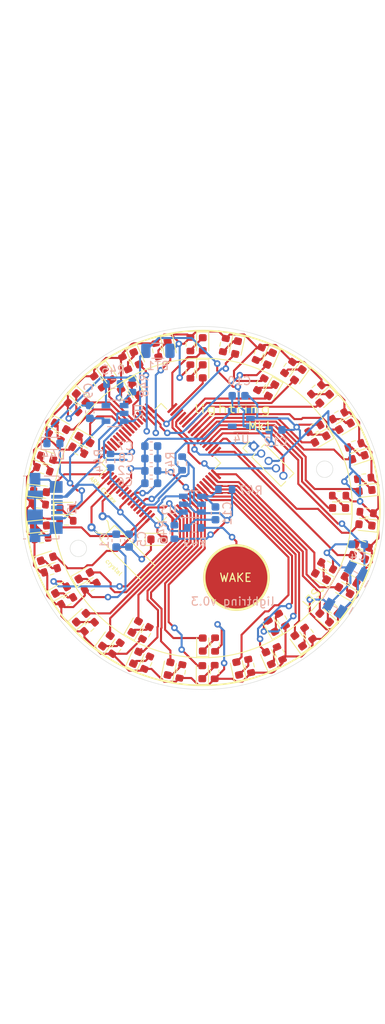
<source format=kicad_pcb>
(kicad_pcb (version 20171130) (host pcbnew 5.1.8-1.fc33)
  (layers (0 F.Cu signal) (31 B.Cu signal) (34 B.Paste user) (35 F.Paste user) (36 B.SilkS user) (37 F.SilkS user) (38 B.Mask user) (39 F.Mask user) (44 Edge.Cuts user))
  (net 0 "")
  (net 1 VCC)
  (net 2 GND)
  (net 3 XTAL1)
  (net 4 SET)
  (net 5 XTAL2)
  (net 6 "Net-(D1-Pad1)")
  (net 7 "Net-(D2-Pad1)")
  (net 8 "Net-(D3-Pad1)")
  (net 9 "Net-(D4-Pad1)")
  (net 10 "Net-(D5-Pad1)")
  (net 11 "Net-(D6-Pad1)")
  (net 12 "Net-(D7-Pad1)")
  (net 13 "Net-(D8-Pad1)")
  (net 14 "Net-(D9-Pad1)")
  (net 15 "Net-(D10-Pad1)")
  (net 16 "Net-(D11-Pad1)")
  (net 17 "Net-(D12-Pad1)")
  (net 18 "Net-(D13-Pad1)")
  (net 19 "Net-(D14-Pad1)")
  (net 20 "Net-(D15-Pad1)")
  (net 21 "Net-(D16-Pad1)")
  (net 22 "Net-(D17-Pad1)")
  (net 23 "Net-(D18-Pad1)")
  (net 24 "Net-(D19-Pad1)")
  (net 25 "Net-(D20-Pad1)")
  (net 26 "Net-(D21-Pad1)")
  (net 27 "Net-(D22-Pad1)")
  (net 28 "Net-(D23-Pad1)")
  (net 29 "Net-(D24-Pad1)")
  (net 30 "Net-(D25-Pad1)")
  (net 31 "Net-(D26-Pad1)")
  (net 32 "Net-(D27-Pad1)")
  (net 33 "Net-(D28-Pad1)")
  (net 34 "Net-(D29-Pad1)")
  (net 35 "Net-(D30-Pad1)")
  (net 36 "Net-(D31-Pad1)")
  (net 37 "Net-(D32-Pad1)")
  (net 38 "Net-(D33-Pad1)")
  (net 39 "Net-(D34-Pad1)")
  (net 40 "Net-(D35-Pad1)")
  (net 41 "Net-(D36-Pad1)")
  (net 42 "Net-(D37-Pad1)")
  (net 43 "Net-(D38-Pad1)")
  (net 44 "Net-(D39-Pad1)")
  (net 45 "Net-(D40-Pad1)")
  (net 46 "Net-(D41-Pad1)")
  (net 47 "Net-(D42-Pad1)")
  (net 48 M0)
  (net 49 M1)
  (net 50 M2)
  (net 51 M3)
  (net 52 M4)
  (net 53 M5)
  (net 54 M6)
  (net 55 M7)
  (net 56 M8)
  (net 57 M9)
  (net 58 M10)
  (net 59 M11)
  (net 60 M12)
  (net 61 M13)
  (net 62 M14)
  (net 63 M15)
  (net 64 M16)
  (net 65 M17)
  (net 66 M18)
  (net 67 M19)
  (net 68 M20)
  (net 69 M21)
  (net 70 M22)
  (net 71 M23)
  (net 72 M24)
  (net 73 M25)
  (net 74 M26)
  (net 75 M27)
  (net 76 M28)
  (net 77 M29)
  (net 78 H0)
  (net 79 H1)
  (net 80 H2)
  (net 81 H3)
  (net 82 H4)
  (net 83 H5)
  (net 84 H6)
  (net 85 H7)
  (net 86 H8)
  (net 87 H9)
  (net 88 H10)
  (net 89 H11)
  (net 90 "Net-(U1-Pad59)")
  (net 91 "Net-(U1-Pad60)")
  (net 92 "Net-(U1-Pad61)")
  (net 93 "Net-(U1-Pad62)")
  (net 94 "Net-(U1-Pad63)")
  (net 95 SWDIO)
  (net 96 SWCLK)
  (net 97 "Net-(J1-Pad1)")
  (net 98 "Net-(U1-Pad10)")
  (net 99 "Net-(U1-Pad11)")
  (net 100 "Net-(U1-Pad13)")
  (net 101 "Net-(D43-Pad2)")
  (net 102 WORK)
  (net 103 +3V3)
  (net 104 +5V)
  (net 105 "Net-(C11-Pad2)")
  (net 106 "Net-(C11-Pad1)")
  (net 107 "Net-(D44-Pad1)")
  (net 108 "Net-(J2-Pad2)")
  (net 109 "Net-(J2-Pad3)")
  (net 110 "Net-(J2-Pad4)")
  (net 111 "Net-(J2-Pad6)")
  (net 112 "Net-(J3-Pad1)")
  (net 113 "Net-(R45-Pad1)")
  (net 114 TOUCH)
  (net 115 "Net-(R48-Pad1)")
  (net 116 "Net-(U4-Pad4)")
  (net 117 "Net-(U1-Pad41)")
  (net 118 "Net-(U1-Pad3)")
  (module lightring:LR_LED (layer F.Cu) (at 170 60.15 270)
    (fp_text reference D1 hide)
    (fp_text value LED hide)
    (pad 2 smd roundrect (at 0.7875 0 270) (size 0.875 0.95) (layers F.Cu F.Paste F.Mask) (net 48 M0))
    (pad 1 smd roundrect (at -0.7875 0 270) (size 0.875 0.95) (layers F.Cu F.Paste F.Mask) (net 6 "Net-(D1-Pad1)"))
  )
  (module lightring:LR_LED (layer F.Cu) (at 174.1 60.55 258)
    (fp_text reference D2 hide)
    (fp_text value LED hide)
    (pad 2 smd roundrect (at 0.7875 0 258) (size 0.875 0.95) (layers F.Cu F.Paste F.Mask) (net 49 M1))
    (pad 1 smd roundrect (at -0.7875 0 258) (size 0.875 0.95) (layers F.Cu F.Paste F.Mask) (net 7 "Net-(D2-Pad1)"))
  )
  (module lightring:LR_LED (layer F.Cu) (at 178.15 61.9 246)
    (fp_text reference D3 hide)
    (fp_text value LED hide)
    (pad 2 smd roundrect (at 0.7875 0 246) (size 0.875 0.95) (layers F.Cu F.Paste F.Mask) (net 50 M2))
    (pad 1 smd roundrect (at -0.7875 0 246) (size 0.875 0.95) (layers F.Cu F.Paste F.Mask) (net 8 "Net-(D3-Pad1)"))
  )
  (module lightring:LR_LED (layer F.Cu) (at 181.6 63.85 234)
    (fp_text reference D4 hide)
    (fp_text value LED hide)
    (pad 2 smd roundrect (at 0.7875 0 234) (size 0.875 0.95) (layers F.Cu F.Paste F.Mask) (net 51 M3))
    (pad 1 smd roundrect (at -0.7875 0 234) (size 0.875 0.95) (layers F.Cu F.Paste F.Mask) (net 9 "Net-(D4-Pad1)"))
  )
  (module lightring:LR_LED (layer F.Cu) (at 184.8 66.75 222)
    (fp_text reference D5 hide)
    (fp_text value LED hide)
    (pad 2 smd roundrect (at 0.7875 0 222) (size 0.875 0.95) (layers F.Cu F.Paste F.Mask) (net 52 M4))
    (pad 1 smd roundrect (at -0.7875 0 222) (size 0.875 0.95) (layers F.Cu F.Paste F.Mask) (net 10 "Net-(D5-Pad1)"))
  )
  (module lightring:LR_LED (layer F.Cu) (at 187.25 70.1 210)
    (fp_text reference D6 hide)
    (fp_text value LED hide)
    (pad 2 smd roundrect (at 0.7875 0 210) (size 0.875 0.95) (layers F.Cu F.Paste F.Mask) (net 53 M5))
    (pad 1 smd roundrect (at -0.7875 0 210) (size 0.875 0.95) (layers F.Cu F.Paste F.Mask) (net 11 "Net-(D6-Pad1)"))
  )
  (module lightring:LR_LED (layer F.Cu) (at 188.9 73.85 198)
    (fp_text reference D7 hide)
    (fp_text value LED hide)
    (pad 2 smd roundrect (at 0.7875 0 198) (size 0.875 0.95) (layers F.Cu F.Paste F.Mask) (net 54 M6))
    (pad 1 smd roundrect (at -0.7875 0 198) (size 0.875 0.95) (layers F.Cu F.Paste F.Mask) (net 12 "Net-(D7-Pad1)"))
  )
  (module lightring:LR_LED (layer F.Cu) (at 189.75 77.9 186)
    (fp_text reference D8 hide)
    (fp_text value LED hide)
    (pad 2 smd roundrect (at 0.7875 0 186) (size 0.875 0.95) (layers F.Cu F.Paste F.Mask) (net 55 M7))
    (pad 1 smd roundrect (at -0.7875 0 186) (size 0.875 0.95) (layers F.Cu F.Paste F.Mask) (net 13 "Net-(D8-Pad1)"))
  )
  (module lightring:LR_LED (layer F.Cu) (at 189.75 82.05 174)
    (fp_text reference D9 hide)
    (fp_text value LED hide)
    (pad 2 smd roundrect (at 0.7875 0 174) (size 0.875 0.95) (layers F.Cu F.Paste F.Mask) (net 56 M8))
    (pad 1 smd roundrect (at -0.7875 0 174) (size 0.875 0.95) (layers F.Cu F.Paste F.Mask) (net 14 "Net-(D9-Pad1)"))
  )
  (module lightring:LR_LED (layer F.Cu) (at 188.95 85.95 162)
    (fp_text reference D10 hide)
    (fp_text value LED hide)
    (pad 2 smd roundrect (at 0.7875 0 162) (size 0.875 0.95) (layers F.Cu F.Paste F.Mask) (net 57 M9))
    (pad 1 smd roundrect (at -0.7875 0 162) (size 0.875 0.95) (layers F.Cu F.Paste F.Mask) (net 15 "Net-(D10-Pad1)"))
  )
  (module lightring:LR_LED (layer F.Cu) (at 187.2 90 150)
    (fp_text reference D11 hide)
    (fp_text value LED hide)
    (pad 2 smd roundrect (at 0.7875 0 150) (size 0.875 0.95) (layers F.Cu F.Paste F.Mask) (net 58 M10))
    (pad 1 smd roundrect (at -0.7875 0 150) (size 0.875 0.95) (layers F.Cu F.Paste F.Mask) (net 16 "Net-(D11-Pad1)"))
  )
  (module lightring:LR_LED (layer F.Cu) (at 184.8 93.3 138)
    (fp_text reference D12 hide)
    (fp_text value LED hide)
    (pad 2 smd roundrect (at 0.7875 0 138) (size 0.875 0.95) (layers F.Cu F.Paste F.Mask) (net 59 M11))
    (pad 1 smd roundrect (at -0.7875 0 138) (size 0.875 0.95) (layers F.Cu F.Paste F.Mask) (net 17 "Net-(D12-Pad1)"))
  )
  (module lightring:LR_LED (layer F.Cu) (at 181.65 96.1 126)
    (fp_text reference D13 hide)
    (fp_text value LED hide)
    (pad 2 smd roundrect (at 0.7875 0 126) (size 0.875 0.95) (layers F.Cu F.Paste F.Mask) (net 60 M12))
    (pad 1 smd roundrect (at -0.7875 0 126) (size 0.875 0.95) (layers F.Cu F.Paste F.Mask) (net 18 "Net-(D13-Pad1)"))
  )
  (module lightring:LR_LED (layer F.Cu) (at 178 98.2 114)
    (fp_text reference D14 hide)
    (fp_text value LED hide)
    (pad 2 smd roundrect (at 0.7875 0 114) (size 0.875 0.95) (layers F.Cu F.Paste F.Mask) (net 61 M13))
    (pad 1 smd roundrect (at -0.7875 0 114) (size 0.875 0.95) (layers F.Cu F.Paste F.Mask) (net 19 "Net-(D14-Pad1)"))
  )
  (module lightring:LR_LED (layer F.Cu) (at 174.25 99.45 102)
    (fp_text reference D15 hide)
    (fp_text value LED hide)
    (pad 2 smd roundrect (at 0.7875 0 102) (size 0.875 0.95) (layers F.Cu F.Paste F.Mask) (net 62 M14))
    (pad 1 smd roundrect (at -0.7875 0 102) (size 0.875 0.95) (layers F.Cu F.Paste F.Mask) (net 20 "Net-(D15-Pad1)"))
  )
  (module lightring:LR_LED (layer F.Cu) (at 169.95 99.9 90)
    (fp_text reference D16 hide)
    (fp_text value LED hide)
    (pad 2 smd roundrect (at 0.7875 0 90) (size 0.875 0.95) (layers F.Cu F.Paste F.Mask) (net 63 M15))
    (pad 1 smd roundrect (at -0.7875 0 90) (size 0.875 0.95) (layers F.Cu F.Paste F.Mask) (net 21 "Net-(D16-Pad1)"))
  )
  (module lightring:LR_LED (layer F.Cu) (at 165.91373 99.479709 78)
    (fp_text reference D17 hide)
    (fp_text value LED hide)
    (pad 2 smd roundrect (at 0.7875 0 78) (size 0.875 0.95) (layers F.Cu F.Paste F.Mask) (net 64 M16))
    (pad 1 smd roundrect (at -0.7875 0 78) (size 0.875 0.95) (layers F.Cu F.Paste F.Mask) (net 22 "Net-(D17-Pad1)"))
  )
  (module lightring:LR_LED (layer F.Cu) (at 161.9 98.15 66)
    (fp_text reference D18 hide)
    (fp_text value LED hide)
    (pad 2 smd roundrect (at 0.7875 0 66) (size 0.875 0.95) (layers F.Cu F.Paste F.Mask) (net 65 M17))
    (pad 1 smd roundrect (at -0.7875 0 66) (size 0.875 0.95) (layers F.Cu F.Paste F.Mask) (net 23 "Net-(D18-Pad1)"))
  )
  (module lightring:LR_LED (layer F.Cu) (at 158.3 96.1 54)
    (fp_text reference D19 hide)
    (fp_text value LED hide)
    (pad 2 smd roundrect (at 0.7875 0 54) (size 0.875 0.95) (layers F.Cu F.Paste F.Mask) (net 66 M18))
    (pad 1 smd roundrect (at -0.7875 0 54) (size 0.875 0.95) (layers F.Cu F.Paste F.Mask) (net 24 "Net-(D19-Pad1)"))
  )
  (module lightring:LR_LED (layer F.Cu) (at 155.25 93.3 42)
    (fp_text reference D20 hide)
    (fp_text value LED hide)
    (pad 2 smd roundrect (at 0.7875 0 42) (size 0.875 0.95) (layers F.Cu F.Paste F.Mask) (net 67 M19))
    (pad 1 smd roundrect (at -0.7875 0 42) (size 0.875 0.95) (layers F.Cu F.Paste F.Mask) (net 25 "Net-(D20-Pad1)"))
  )
  (module lightring:LR_LED (layer F.Cu) (at 152.8 89.95 30)
    (fp_text reference D21 hide)
    (fp_text value LED hide)
    (pad 2 smd roundrect (at 0.7875 0 30) (size 0.875 0.95) (layers F.Cu F.Paste F.Mask) (net 68 M20))
    (pad 1 smd roundrect (at -0.7875 0 30) (size 0.875 0.95) (layers F.Cu F.Paste F.Mask) (net 26 "Net-(D21-Pad1)"))
  )
  (module lightring:LR_LED (layer F.Cu) (at 151.1 86.15 18)
    (fp_text reference D22 hide)
    (fp_text value LED hide)
    (pad 2 smd roundrect (at 0.7875 0 18) (size 0.875 0.95) (layers F.Cu F.Paste F.Mask) (net 69 M21))
    (pad 1 smd roundrect (at -0.7875 0 18) (size 0.875 0.95) (layers F.Cu F.Paste F.Mask) (net 27 "Net-(D22-Pad1)"))
  )
  (module lightring:LR_LED (layer F.Cu) (at 150.25 82.2 6)
    (fp_text reference D23 hide)
    (fp_text value LED hide)
    (pad 2 smd roundrect (at 0.7875 0 6) (size 0.875 0.95) (layers F.Cu F.Paste F.Mask) (net 70 M22))
    (pad 1 smd roundrect (at -0.7875 0 6) (size 0.875 0.95) (layers F.Cu F.Paste F.Mask) (net 28 "Net-(D23-Pad1)"))
  )
  (module lightring:LR_LED (layer F.Cu) (at 150.2375 78 354)
    (fp_text reference D24 hide)
    (fp_text value LED hide)
    (pad 2 smd roundrect (at 0.7875 0 354) (size 0.875 0.95) (layers F.Cu F.Paste F.Mask) (net 71 M23))
    (pad 1 smd roundrect (at -0.7875 0 354) (size 0.875 0.95) (layers F.Cu F.Paste F.Mask) (net 29 "Net-(D24-Pad1)"))
  )
  (module lightring:LR_LED (layer F.Cu) (at 151.1 73.9 342)
    (fp_text reference D25 hide)
    (fp_text value LED hide)
    (pad 2 smd roundrect (at 0.7875 0 342) (size 0.875 0.95) (layers F.Cu F.Paste F.Mask) (net 72 M24))
    (pad 1 smd roundrect (at -0.7875 0 342) (size 0.875 0.95) (layers F.Cu F.Paste F.Mask) (net 30 "Net-(D25-Pad1)"))
  )
  (module lightring:LR_LED (layer F.Cu) (at 152.75 70.1 330)
    (fp_text reference D26 hide)
    (fp_text value LED hide)
    (pad 2 smd roundrect (at 0.7875 0 330) (size 0.875 0.95) (layers F.Cu F.Paste F.Mask) (net 73 M25))
    (pad 1 smd roundrect (at -0.7875 0 330) (size 0.875 0.95) (layers F.Cu F.Paste F.Mask) (net 31 "Net-(D26-Pad1)"))
  )
  (module lightring:LR_LED (layer F.Cu) (at 155.235227 66.67694 318)
    (fp_text reference D27 hide)
    (fp_text value LED hide)
    (pad 2 smd roundrect (at 0.7875 0 318) (size 0.875 0.95) (layers F.Cu F.Paste F.Mask) (net 74 M26))
    (pad 1 smd roundrect (at -0.7875 0 318) (size 0.875 0.95) (layers F.Cu F.Paste F.Mask) (net 32 "Net-(D27-Pad1)"))
  )
  (module lightring:LR_LED (layer F.Cu) (at 158.5 63.8 306)
    (fp_text reference D28 hide)
    (fp_text value LED hide)
    (pad 2 smd roundrect (at 0.7875 0 306) (size 0.875 0.95) (layers F.Cu F.Paste F.Mask) (net 75 M27))
    (pad 1 smd roundrect (at -0.7875 0 306) (size 0.875 0.95) (layers F.Cu F.Paste F.Mask) (net 33 "Net-(D28-Pad1)"))
  )
  (module lightring:LR_LED (layer F.Cu) (at 161.95 61.85 294)
    (fp_text reference D29 hide)
    (fp_text value LED hide)
    (pad 2 smd roundrect (at 0.7875 0 294) (size 0.875 0.95) (layers F.Cu F.Paste F.Mask) (net 76 M28))
    (pad 1 smd roundrect (at -0.7875 0 294) (size 0.875 0.95) (layers F.Cu F.Paste F.Mask) (net 34 "Net-(D29-Pad1)"))
  )
  (module lightring:LR_LED (layer F.Cu) (at 165.9 60.55 282)
    (fp_text reference D30 hide)
    (fp_text value LED hide)
    (pad 2 smd roundrect (at 0.7875 0 282) (size 0.875 0.95) (layers F.Cu F.Paste F.Mask) (net 77 M29))
    (pad 1 smd roundrect (at -0.7875 0 282) (size 0.875 0.95) (layers F.Cu F.Paste F.Mask) (net 35 "Net-(D30-Pad1)"))
  )
  (module lightring:LR_LED (layer F.Cu) (at 170 63.4375 270)
    (fp_text reference D31 hide)
    (fp_text value LED hide)
    (pad 2 smd roundrect (at 0.7875 0 270) (size 0.875 0.95) (layers F.Cu F.Paste F.Mask) (net 78 H0))
    (pad 1 smd roundrect (at -0.7875 0 270) (size 0.875 0.95) (layers F.Cu F.Paste F.Mask) (net 36 "Net-(D31-Pad1)"))
  )
  (module lightring:LR_LED (layer F.Cu) (at 178.35625 65.731995 240)
    (fp_text reference D32 hide)
    (fp_text value LED hide)
    (pad 2 smd roundrect (at 0.7875 0 240) (size 0.875 0.95) (layers F.Cu F.Paste F.Mask) (net 79 H1))
    (pad 1 smd roundrect (at -0.7875 0 240) (size 0.875 0.95) (layers F.Cu F.Paste F.Mask) (net 37 "Net-(D32-Pad1)"))
  )
  (module lightring:LR_LED (layer F.Cu) (at 184.3 71.65 210)
    (fp_text reference D33 hide)
    (fp_text value LED hide)
    (pad 2 smd roundrect (at 0.7875 0 210) (size 0.875 0.95) (layers F.Cu F.Paste F.Mask) (net 80 H2))
    (pad 1 smd roundrect (at -0.7875 0 210) (size 0.875 0.95) (layers F.Cu F.Paste F.Mask) (net 38 "Net-(D33-Pad1)"))
  )
  (module lightring:LR_LED (layer F.Cu) (at 186.55 80 180)
    (fp_text reference D34 hide)
    (fp_text value LED hide)
    (pad 2 smd roundrect (at 0.7875 0 180) (size 0.875 0.95) (layers F.Cu F.Paste F.Mask) (net 81 H3))
    (pad 1 smd roundrect (at -0.7875 0 180) (size 0.875 0.95) (layers F.Cu F.Paste F.Mask) (net 39 "Net-(D34-Pad1)"))
  )
  (module lightring:LR_LED (layer F.Cu) (at 184.35 88.3 150)
    (fp_text reference D35 hide)
    (fp_text value LED hide)
    (pad 2 smd roundrect (at 0.7875 0 150) (size 0.875 0.95) (layers F.Cu F.Paste F.Mask) (net 82 H4))
    (pad 1 smd roundrect (at -0.7875 0 150) (size 0.875 0.95) (layers F.Cu F.Paste F.Mask) (net 40 "Net-(D35-Pad1)"))
  )
  (module lightring:LR_LED (layer F.Cu) (at 178.35 94.3 120)
    (fp_text reference D36 hide)
    (fp_text value LED hide)
    (pad 2 smd roundrect (at 0.7875 0 120) (size 0.875 0.95) (layers F.Cu F.Paste F.Mask) (net 83 H5))
    (pad 1 smd roundrect (at -0.7875 0 120) (size 0.875 0.95) (layers F.Cu F.Paste F.Mask) (net 41 "Net-(D36-Pad1)"))
  )
  (module lightring:LR_LED (layer F.Cu) (at 170 96.55 90)
    (fp_text reference D37 hide)
    (fp_text value LED hide)
    (pad 2 smd roundrect (at 0.7875 0 90) (size 0.875 0.95) (layers F.Cu F.Paste F.Mask) (net 84 H6))
    (pad 1 smd roundrect (at -0.7875 0 90) (size 0.875 0.95) (layers F.Cu F.Paste F.Mask) (net 42 "Net-(D37-Pad1)"))
  )
  (module lightring:LR_LED (layer F.Cu) (at 161.8 94.4 60)
    (fp_text reference D38 hide)
    (fp_text value LED hide)
    (pad 2 smd roundrect (at 0.7875 0 60) (size 0.875 0.95) (layers F.Cu F.Paste F.Mask) (net 85 H7))
    (pad 1 smd roundrect (at -0.7875 0 60) (size 0.875 0.95) (layers F.Cu F.Paste F.Mask) (net 43 "Net-(D38-Pad1)"))
  )
  (module lightring:LR_LED (layer F.Cu) (at 155.631995 88.20625 30)
    (fp_text reference D39 hide)
    (fp_text value LED hide)
    (pad 2 smd roundrect (at 0.7875 0 30) (size 0.875 0.95) (layers F.Cu F.Paste F.Mask) (net 86 H8))
    (pad 1 smd roundrect (at -0.7875 0 30) (size 0.875 0.95) (layers F.Cu F.Paste F.Mask) (net 44 "Net-(D39-Pad1)"))
  )
  (module lightring:LR_LED (layer F.Cu) (at 153.45 80.05)
    (fp_text reference D40 hide)
    (fp_text value LED hide)
    (pad 2 smd roundrect (at 0.7875 0) (size 0.875 0.95) (layers F.Cu F.Paste F.Mask) (net 87 H9))
    (pad 1 smd roundrect (at -0.7875 0) (size 0.875 0.95) (layers F.Cu F.Paste F.Mask) (net 45 "Net-(D40-Pad1)"))
  )
  (module lightring:LR_LED (layer F.Cu) (at 155.65 71.7 330)
    (fp_text reference D41 hide)
    (fp_text value LED hide)
    (pad 2 smd roundrect (at 0.7875 0 330) (size 0.875 0.95) (layers F.Cu F.Paste F.Mask) (net 88 H10))
    (pad 1 smd roundrect (at -0.7875 0 330) (size 0.875 0.95) (layers F.Cu F.Paste F.Mask) (net 46 "Net-(D41-Pad1)"))
  )
  (module lightring:LR_LED (layer F.Cu) (at 161.8 65.6 300)
    (fp_text reference D42 hide)
    (fp_text value LED hide)
    (pad 2 smd roundrect (at 0.7875 0 300) (size 0.875 0.95) (layers F.Cu F.Paste F.Mask) (net 89 H11))
    (pad 1 smd roundrect (at -0.7875 0 300) (size 0.875 0.95) (layers F.Cu F.Paste F.Mask) (net 47 "Net-(D42-Pad1)"))
  )
  (module lightring:LR_RES (layer F.Cu) (at 168.5 60.15 270)
    (fp_text reference R1 hide)
    (fp_text value R hide)
    (pad 1 smd roundrect (at -0.825 0 270) (size 0.8 0.95) (layers F.Cu F.Paste F.Mask) (net 2 GND))
    (pad 2 smd roundrect (at 0.825 0 270) (size 0.8 0.95) (layers F.Cu F.Paste F.Mask) (net 6 "Net-(D1-Pad1)"))
  )
  (module lightring:LR_RES (layer F.Cu) (at 172.628473 60.256972 258)
    (fp_text reference R2 hide)
    (fp_text value R hide)
    (pad 1 smd roundrect (at -0.825 0 258) (size 0.8 0.95) (layers F.Cu F.Paste F.Mask) (net 2 GND))
    (pad 2 smd roundrect (at 0.825 0 258) (size 0.8 0.95) (layers F.Cu F.Paste F.Mask) (net 7 "Net-(D2-Pad1)"))
  )
  (module lightring:LR_RES (layer F.Cu) (at 176.8 61.3 246)
    (fp_text reference R3 hide)
    (fp_text value R hide)
    (pad 1 smd roundrect (at -0.825 0 246) (size 0.8 0.95) (layers F.Cu F.Paste F.Mask) (net 2 GND))
    (pad 2 smd roundrect (at 0.825 0 246) (size 0.8 0.95) (layers F.Cu F.Paste F.Mask) (net 8 "Net-(D3-Pad1)"))
  )
  (module lightring:LR_RES (layer F.Cu) (at 180.415077 62.967439 234)
    (fp_text reference R4 hide)
    (fp_text value R hide)
    (pad 1 smd roundrect (at -0.825 0 234) (size 0.8 0.95) (layers F.Cu F.Paste F.Mask) (net 2 GND))
    (pad 2 smd roundrect (at 0.825 0 234) (size 0.8 0.95) (layers F.Cu F.Paste F.Mask) (net 9 "Net-(D4-Pad1)"))
  )
  (module lightring:LR_RES (layer F.Cu) (at 183.8 65.65 222)
    (fp_text reference R5 hide)
    (fp_text value R hide)
    (pad 1 smd roundrect (at -0.825 0 222) (size 0.8 0.95) (layers F.Cu F.Paste F.Mask) (net 2 GND))
    (pad 2 smd roundrect (at 0.825 0 222) (size 0.8 0.95) (layers F.Cu F.Paste F.Mask) (net 10 "Net-(D5-Pad1)"))
  )
  (module lightring:LR_RES (layer F.Cu) (at 186.485529 68.8125 210)
    (fp_text reference R6 hide)
    (fp_text value R hide)
    (pad 1 smd roundrect (at -0.825 0 210) (size 0.8 0.95) (layers F.Cu F.Paste F.Mask) (net 2 GND))
    (pad 2 smd roundrect (at 0.825 0 210) (size 0.8 0.95) (layers F.Cu F.Paste F.Mask) (net 11 "Net-(D6-Pad1)"))
  )
  (module lightring:LR_RES (layer F.Cu) (at 188.45 72.4 198)
    (fp_text reference R7 hide)
    (fp_text value R hide)
    (pad 1 smd roundrect (at -0.825 0 198) (size 0.8 0.95) (layers F.Cu F.Paste F.Mask) (net 2 GND))
    (pad 2 smd roundrect (at 0.825 0 198) (size 0.8 0.95) (layers F.Cu F.Paste F.Mask) (net 12 "Net-(D7-Pad1)"))
  )
  (module lightring:LR_RES (layer F.Cu) (at 189.6 76.4 186)
    (fp_text reference R8 hide)
    (fp_text value R hide)
    (pad 1 smd roundrect (at -0.825 0 186) (size 0.8 0.95) (layers F.Cu F.Paste F.Mask) (net 2 GND))
    (pad 2 smd roundrect (at 0.825 0 186) (size 0.8 0.95) (layers F.Cu F.Paste F.Mask) (net 13 "Net-(D8-Pad1)"))
  )
  (module lightring:LR_RES (layer F.Cu) (at 189.9 80.55 174)
    (fp_text reference R9 hide)
    (fp_text value R hide)
    (pad 1 smd roundrect (at -0.825 0 174) (size 0.8 0.95) (layers F.Cu F.Paste F.Mask) (net 2 GND))
    (pad 2 smd roundrect (at 0.825 0 174) (size 0.8 0.95) (layers F.Cu F.Paste F.Mask) (net 14 "Net-(D9-Pad1)"))
  )
  (module lightring:LR_RES (layer F.Cu) (at 189.4 84.55 162)
    (fp_text reference R10 hide)
    (fp_text value R hide)
    (pad 1 smd roundrect (at -0.825 0 162) (size 0.8 0.95) (layers F.Cu F.Paste F.Mask) (net 2 GND))
    (pad 2 smd roundrect (at 0.825 0 162) (size 0.8 0.95) (layers F.Cu F.Paste F.Mask) (net 15 "Net-(D10-Pad1)"))
  )
  (module lightring:LR_RES (layer F.Cu) (at 187.95 88.7 150)
    (fp_text reference R11 hide)
    (fp_text value R hide)
    (pad 1 smd roundrect (at -0.825 0 150) (size 0.8 0.95) (layers F.Cu F.Paste F.Mask) (net 2 GND))
    (pad 2 smd roundrect (at 0.825 0 150) (size 0.8 0.95) (layers F.Cu F.Paste F.Mask) (net 16 "Net-(D11-Pad1)"))
  )
  (module lightring:LR_RES (layer F.Cu) (at 185.8 92.2 138)
    (fp_text reference R12 hide)
    (fp_text value R hide)
    (pad 1 smd roundrect (at -0.825 0 138) (size 0.8 0.95) (layers F.Cu F.Paste F.Mask) (net 2 GND))
    (pad 2 smd roundrect (at 0.825 0 138) (size 0.8 0.95) (layers F.Cu F.Paste F.Mask) (net 17 "Net-(D12-Pad1)"))
  )
  (module lightring:LR_RES (layer F.Cu) (at 182.85 95.2 126)
    (fp_text reference R13 hide)
    (fp_text value R hide)
    (pad 1 smd roundrect (at -0.825 0 126) (size 0.8 0.95) (layers F.Cu F.Paste F.Mask) (net 2 GND))
    (pad 2 smd roundrect (at 0.825 0 126) (size 0.8 0.95) (layers F.Cu F.Paste F.Mask) (net 18 "Net-(D13-Pad1)"))
  )
  (module lightring:LR_RES (layer F.Cu) (at 179.35 97.6 114)
    (fp_text reference R14 hide)
    (fp_text value R hide)
    (pad 1 smd roundrect (at -0.825 0 114) (size 0.8 0.95) (layers F.Cu F.Paste F.Mask) (net 2 GND))
    (pad 2 smd roundrect (at 0.825 0 114) (size 0.8 0.95) (layers F.Cu F.Paste F.Mask) (net 19 "Net-(D14-Pad1)"))
  )
  (module lightring:LR_RES (layer F.Cu) (at 175.7 99.15 102)
    (fp_text reference R15 hide)
    (fp_text value R hide)
    (pad 1 smd roundrect (at -0.825 0 102) (size 0.8 0.95) (layers F.Cu F.Paste F.Mask) (net 2 GND))
    (pad 2 smd roundrect (at 0.825 0 102) (size 0.8 0.95) (layers F.Cu F.Paste F.Mask) (net 20 "Net-(D15-Pad1)"))
  )
  (module lightring:LR_RES (layer F.Cu) (at 171.45 99.875 90)
    (fp_text reference R16 hide)
    (fp_text value R hide)
    (pad 1 smd roundrect (at -0.825 0 90) (size 0.8 0.95) (layers F.Cu F.Paste F.Mask) (net 2 GND))
    (pad 2 smd roundrect (at 0.825 0 90) (size 0.8 0.95) (layers F.Cu F.Paste F.Mask) (net 21 "Net-(D16-Pad1)"))
  )
  (module lightring:LR_RES (layer F.Cu) (at 167.35 99.8 78)
    (fp_text reference R17 hide)
    (fp_text value R hide)
    (pad 1 smd roundrect (at -0.825 0 78) (size 0.8 0.95) (layers F.Cu F.Paste F.Mask) (net 2 GND))
    (pad 2 smd roundrect (at 0.825 0 78) (size 0.8 0.95) (layers F.Cu F.Paste F.Mask) (net 22 "Net-(D17-Pad1)"))
  )
  (module lightring:LR_RES (layer F.Cu) (at 163.25 98.75 66)
    (fp_text reference R18 hide)
    (fp_text value R hide)
    (pad 1 smd roundrect (at -0.825 0 66) (size 0.8 0.95) (layers F.Cu F.Paste F.Mask) (net 2 GND))
    (pad 2 smd roundrect (at 0.825 0 66) (size 0.8 0.95) (layers F.Cu F.Paste F.Mask) (net 23 "Net-(D18-Pad1)"))
  )
  (module lightring:LR_RES (layer F.Cu) (at 159.5 97 54)
    (fp_text reference R19 hide)
    (fp_text value R hide)
    (pad 1 smd roundrect (at -0.825 0 54) (size 0.8 0.95) (layers F.Cu F.Paste F.Mask) (net 2 GND))
    (pad 2 smd roundrect (at 0.825 0 54) (size 0.8 0.95) (layers F.Cu F.Paste F.Mask) (net 24 "Net-(D19-Pad1)"))
  )
  (module lightring:LR_RES (layer F.Cu) (at 156.25 94.4 42)
    (fp_text reference R20 hide)
    (fp_text value R hide)
    (pad 1 smd roundrect (at -0.825 0 42) (size 0.8 0.95) (layers F.Cu F.Paste F.Mask) (net 2 GND))
    (pad 2 smd roundrect (at 0.825 0 42) (size 0.8 0.95) (layers F.Cu F.Paste F.Mask) (net 25 "Net-(D20-Pad1)"))
  )
  (module lightring:LR_RES (layer F.Cu) (at 153.55 91.25 30)
    (fp_text reference R21 hide)
    (fp_text value R hide)
    (pad 1 smd roundrect (at -0.825 0 30) (size 0.8 0.95) (layers F.Cu F.Paste F.Mask) (net 2 GND))
    (pad 2 smd roundrect (at 0.825 0 30) (size 0.8 0.95) (layers F.Cu F.Paste F.Mask) (net 26 "Net-(D21-Pad1)"))
  )
  (module lightring:LR_RES (layer F.Cu) (at 151.55 87.55 18)
    (fp_text reference R22 hide)
    (fp_text value R hide)
    (pad 1 smd roundrect (at -0.825 0 18) (size 0.8 0.95) (layers F.Cu F.Paste F.Mask) (net 2 GND))
    (pad 2 smd roundrect (at 0.825 0 18) (size 0.8 0.95) (layers F.Cu F.Paste F.Mask) (net 27 "Net-(D22-Pad1)"))
  )
  (module lightring:LR_RES (layer F.Cu) (at 150.4 83.7 6)
    (fp_text reference R23 hide)
    (fp_text value R hide)
    (pad 1 smd roundrect (at -0.825 0 6) (size 0.8 0.95) (layers F.Cu F.Paste F.Mask) (net 2 GND))
    (pad 2 smd roundrect (at 0.825 0 6) (size 0.8 0.95) (layers F.Cu F.Paste F.Mask) (net 28 "Net-(D23-Pad1)"))
  )
  (module lightring:LR_RES (layer F.Cu) (at 150.1 79.5 354)
    (fp_text reference R24 hide)
    (fp_text value R hide)
    (pad 1 smd roundrect (at -0.825 0 354) (size 0.8 0.95) (layers F.Cu F.Paste F.Mask) (net 2 GND))
    (pad 2 smd roundrect (at 0.825 0 354) (size 0.8 0.95) (layers F.Cu F.Paste F.Mask) (net 29 "Net-(D24-Pad1)"))
  )
  (module lightring:LR_RES (layer F.Cu) (at 150.65 75.3 342)
    (fp_text reference R25 hide)
    (fp_text value R hide)
    (pad 1 smd roundrect (at -0.825 0 342) (size 0.8 0.95) (layers F.Cu F.Paste F.Mask) (net 2 GND))
    (pad 2 smd roundrect (at 0.825 0 342) (size 0.8 0.95) (layers F.Cu F.Paste F.Mask) (net 30 "Net-(D25-Pad1)"))
  )
  (module lightring:LR_RES (layer F.Cu) (at 152.035529 71.3875 330)
    (fp_text reference R26 hide)
    (fp_text value R hide)
    (pad 1 smd roundrect (at -0.825 0 330) (size 0.8 0.95) (layers F.Cu F.Paste F.Mask) (net 2 GND))
    (pad 2 smd roundrect (at 0.825 0 330) (size 0.8 0.95) (layers F.Cu F.Paste F.Mask) (net 31 "Net-(D26-Pad1)"))
  )
  (module lightring:LR_RES (layer F.Cu) (at 154.25 67.8 318)
    (fp_text reference R27 hide)
    (fp_text value R hide)
    (pad 1 smd roundrect (at -0.825 0 318) (size 0.8 0.95) (layers F.Cu F.Paste F.Mask) (net 2 GND))
    (pad 2 smd roundrect (at 0.825 0 318) (size 0.8 0.95) (layers F.Cu F.Paste F.Mask) (net 32 "Net-(D27-Pad1)"))
  )
  (module lightring:LR_RES (layer F.Cu) (at 157.3 64.7 306)
    (fp_text reference R28 hide)
    (fp_text value R hide)
    (pad 1 smd roundrect (at -0.825 0 306) (size 0.8 0.95) (layers F.Cu F.Paste F.Mask) (net 2 GND))
    (pad 2 smd roundrect (at 0.825 0 306) (size 0.8 0.95) (layers F.Cu F.Paste F.Mask) (net 33 "Net-(D28-Pad1)"))
  )
  (module lightring:LR_RES (layer F.Cu) (at 160.6 62.45 294)
    (fp_text reference R29 hide)
    (fp_text value R hide)
    (pad 1 smd roundrect (at -0.825 0 294) (size 0.8 0.95) (layers F.Cu F.Paste F.Mask) (net 2 GND))
    (pad 2 smd roundrect (at 0.825 0 294) (size 0.8 0.95) (layers F.Cu F.Paste F.Mask) (net 34 "Net-(D29-Pad1)"))
  )
  (module lightring:LR_RES (layer F.Cu) (at 164.45 60.85 282)
    (fp_text reference R30 hide)
    (fp_text value R hide)
    (pad 1 smd roundrect (at -0.825 0 282) (size 0.8 0.95) (layers F.Cu F.Paste F.Mask) (net 2 GND))
    (pad 2 smd roundrect (at 0.825 0 282) (size 0.8 0.95) (layers F.Cu F.Paste F.Mask) (net 35 "Net-(D30-Pad1)"))
  )
  (module lightring:LR_RES (layer F.Cu) (at 168.5 63.45 270)
    (fp_text reference R31 hide)
    (fp_text value R hide)
    (pad 1 smd roundrect (at -0.825 0 270) (size 0.8 0.95) (layers F.Cu F.Paste F.Mask) (net 2 GND))
    (pad 2 smd roundrect (at 0.825 0 270) (size 0.8 0.95) (layers F.Cu F.Paste F.Mask) (net 36 "Net-(D31-Pad1)"))
  )
  (module lightring:LR_RES (layer F.Cu) (at 177.05 65 240)
    (fp_text reference R32 hide)
    (fp_text value R hide)
    (pad 1 smd roundrect (at -0.825 0 240) (size 0.8 0.95) (layers F.Cu F.Paste F.Mask) (net 2 GND))
    (pad 2 smd roundrect (at 0.825 0 240) (size 0.8 0.95) (layers F.Cu F.Paste F.Mask) (net 37 "Net-(D32-Pad1)"))
  )
  (module lightring:LR_RES (layer F.Cu) (at 183.55 70.35 210)
    (fp_text reference R33 hide)
    (fp_text value R hide)
    (pad 1 smd roundrect (at -0.825 0 210) (size 0.8 0.95) (layers F.Cu F.Paste F.Mask) (net 2 GND))
    (pad 2 smd roundrect (at 0.825 0 210) (size 0.8 0.95) (layers F.Cu F.Paste F.Mask) (net 38 "Net-(D33-Pad1)"))
  )
  (module lightring:LR_RES (layer F.Cu) (at 186.55 78.5 180)
    (fp_text reference R34 hide)
    (fp_text value R hide)
    (pad 1 smd roundrect (at -0.825 0 180) (size 0.8 0.95) (layers F.Cu F.Paste F.Mask) (net 2 GND))
    (pad 2 smd roundrect (at 0.825 0 180) (size 0.8 0.95) (layers F.Cu F.Paste F.Mask) (net 39 "Net-(D34-Pad1)"))
  )
  (module lightring:LR_RES (layer F.Cu) (at 185.1 87 150)
    (fp_text reference R35 hide)
    (fp_text value R hide)
    (pad 1 smd roundrect (at -0.825 0 150) (size 0.8 0.95) (layers F.Cu F.Paste F.Mask) (net 2 GND))
    (pad 2 smd roundrect (at 0.825 0 150) (size 0.8 0.95) (layers F.Cu F.Paste F.Mask) (net 40 "Net-(D35-Pad1)"))
  )
  (module lightring:LR_RES (layer F.Cu) (at 179.6375 93.535529 120)
    (fp_text reference R36 hide)
    (fp_text value R hide)
    (pad 1 smd roundrect (at -0.825 0 120) (size 0.8 0.95) (layers F.Cu F.Paste F.Mask) (net 2 GND))
    (pad 2 smd roundrect (at 0.825 0 120) (size 0.8 0.95) (layers F.Cu F.Paste F.Mask) (net 41 "Net-(D36-Pad1)"))
  )
  (module lightring:LR_RES (layer F.Cu) (at 171.5 96.55 90)
    (fp_text reference R37 hide)
    (fp_text value R hide)
    (pad 1 smd roundrect (at -0.825 0 90) (size 0.8 0.95) (layers F.Cu F.Paste F.Mask) (net 2 GND))
    (pad 2 smd roundrect (at 0.825 0 90) (size 0.8 0.95) (layers F.Cu F.Paste F.Mask) (net 42 "Net-(D37-Pad1)"))
  )
  (module lightring:LR_RES (layer F.Cu) (at 163.1 95.15 60)
    (fp_text reference R38 hide)
    (fp_text value R hide)
    (pad 1 smd roundrect (at -0.825 0 60) (size 0.8 0.95) (layers F.Cu F.Paste F.Mask) (net 2 GND))
    (pad 2 smd roundrect (at 0.825 0 60) (size 0.8 0.95) (layers F.Cu F.Paste F.Mask) (net 43 "Net-(D38-Pad1)"))
  )
  (module lightring:LR_RES (layer F.Cu) (at 156.4 89.5 30)
    (fp_text reference R39 hide)
    (fp_text value R hide)
    (pad 1 smd roundrect (at -0.825 0 30) (size 0.8 0.95) (layers F.Cu F.Paste F.Mask) (net 2 GND))
    (pad 2 smd roundrect (at 0.825 0 30) (size 0.8 0.95) (layers F.Cu F.Paste F.Mask) (net 44 "Net-(D39-Pad1)"))
  )
  (module lightring:LR_RES (layer F.Cu) (at 153.45 81.55)
    (fp_text reference R40 hide)
    (fp_text value R hide)
    (pad 1 smd roundrect (at -0.825 0) (size 0.8 0.95) (layers F.Cu F.Paste F.Mask) (net 2 GND))
    (pad 2 smd roundrect (at 0.825 0) (size 0.8 0.95) (layers F.Cu F.Paste F.Mask) (net 45 "Net-(D40-Pad1)"))
  )
  (module lightring:LR_RES (layer F.Cu) (at 154.9 73 330)
    (fp_text reference R41 hide)
    (fp_text value R hide)
    (pad 1 smd roundrect (at -0.825 0 330) (size 0.8 0.95) (layers F.Cu F.Paste F.Mask) (net 2 GND))
    (pad 2 smd roundrect (at 0.825 0 330) (size 0.8 0.95) (layers F.Cu F.Paste F.Mask) (net 46 "Net-(D41-Pad1)"))
  )
  (module lightring:LR_RES (layer F.Cu) (at 160.5 66.35 300)
    (fp_text reference R42 hide)
    (fp_text value R hide)
    (pad 1 smd roundrect (at -0.825 0 300) (size 0.8 0.95) (layers F.Cu F.Paste F.Mask) (net 2 GND))
    (pad 2 smd roundrect (at 0.825 0 300) (size 0.8 0.95) (layers F.Cu F.Paste F.Mask) (net 47 "Net-(D42-Pad1)"))
  )
  (module Button_Switch_SMD:Panasonic_EVQPUJ_EVQPUA (layer B.Cu) (at 187.35 89.9 60)
    (fp_text reference SW2 hide)
    (fp_text value SW_SPST)
    (pad 1 smd rect (at 2.625 0.85 240) (size 1.55 1) (layers B.Cu B.Paste B.Mask) (net 4 SET))
    (pad 1 smd rect (at -2.625 0.85 240) (size 1.55 1) (layers B.Cu B.Paste B.Mask) (net 4 SET))
    (pad 2 smd rect (at -2.625 -0.85 240) (size 1.55 1) (layers B.Cu B.Paste B.Mask) (net 2 GND))
    (pad 2 smd rect (at 2.625 -0.85 240) (size 1.55 1) (layers B.Cu B.Paste B.Mask) (net 2 GND))
  )
  (module Package_QFP:LQFP-64_10x10mm_P0.5mm (layer F.Cu) (at 164.95 74.55 45)
    (fp_text reference U1 hide)
    (fp_text value STM32G070RBT)
    (pad 64 smd roundrect (at -3.75 -5.675 45) (size 0.3 1.55) (layers F.Cu F.Paste F.Mask) (net 72 M24))
    (pad 63 smd roundrect (at -3.25 -5.675 45) (size 0.3 1.55) (layers F.Cu F.Paste F.Mask) (net 94 "Net-(U1-Pad63)"))
    (pad 62 smd roundrect (at -2.75 -5.675 45) (size 0.3 1.55) (layers F.Cu F.Paste F.Mask) (net 93 "Net-(U1-Pad62)"))
    (pad 61 smd roundrect (at -2.25 -5.675 45) (size 0.3 1.55) (layers F.Cu F.Paste F.Mask) (net 92 "Net-(U1-Pad61)"))
    (pad 60 smd roundrect (at -1.75 -5.675 45) (size 0.3 1.55) (layers F.Cu F.Paste F.Mask) (net 91 "Net-(U1-Pad60)"))
    (pad 59 smd roundrect (at -1.25 -5.675 45) (size 0.3 1.55) (layers F.Cu F.Paste F.Mask) (net 90 "Net-(U1-Pad59)"))
    (pad 58 smd roundrect (at -0.75 -5.675 45) (size 0.3 1.55) (layers F.Cu F.Paste F.Mask) (net 102 WORK))
    (pad 57 smd roundrect (at -0.25 -5.675 45) (size 0.3 1.55) (layers F.Cu F.Paste F.Mask) (net 88 H10))
    (pad 56 smd roundrect (at 0.25 -5.675 45) (size 0.3 1.55) (layers F.Cu F.Paste F.Mask) (net 73 M25))
    (pad 55 smd roundrect (at 0.75 -5.675 45) (size 0.3 1.55) (layers F.Cu F.Paste F.Mask) (net 74 M26))
    (pad 54 smd roundrect (at 1.25 -5.675 45) (size 0.3 1.55) (layers F.Cu F.Paste F.Mask) (net 75 M27))
    (pad 53 smd roundrect (at 1.75 -5.675 45) (size 0.3 1.55) (layers F.Cu F.Paste F.Mask) (net 89 H11))
    (pad 52 smd roundrect (at 2.25 -5.675 45) (size 0.3 1.55) (layers F.Cu F.Paste F.Mask) (net 76 M28))
    (pad 51 smd roundrect (at 2.75 -5.675 45) (size 0.3 1.55) (layers F.Cu F.Paste F.Mask) (net 77 M29))
    (pad 50 smd roundrect (at 3.25 -5.675 45) (size 0.3 1.55) (layers F.Cu F.Paste F.Mask) (net 50 M2))
    (pad 49 smd roundrect (at 3.75 -5.675 45) (size 0.3 1.55) (layers F.Cu F.Paste F.Mask) (net 49 M1))
    (pad 48 smd roundrect (at 5.675 -3.75 45) (size 1.55 0.3) (layers F.Cu F.Paste F.Mask) (net 48 M0))
    (pad 47 smd roundrect (at 5.675 -3.25 45) (size 1.55 0.3) (layers F.Cu F.Paste F.Mask) (net 78 H0))
    (pad 46 smd roundrect (at 5.675 -2.75 45) (size 1.55 0.3) (layers F.Cu F.Paste F.Mask) (net 96 SWCLK))
    (pad 45 smd roundrect (at 5.675 -2.25 45) (size 1.55 0.3) (layers F.Cu F.Paste F.Mask) (net 95 SWDIO))
    (pad 44 smd roundrect (at 5.675 -1.75 45) (size 1.55 0.3) (layers F.Cu F.Paste F.Mask) (net 79 H1))
    (pad 43 smd roundrect (at 5.675 -1.25 45) (size 1.55 0.3) (layers F.Cu F.Paste F.Mask) (net 51 M3))
    (pad 42 smd roundrect (at 5.675 -0.75 45) (size 1.55 0.3) (layers F.Cu F.Paste F.Mask) (net 52 M4))
    (pad 41 smd roundrect (at 5.675 -0.25 45) (size 1.55 0.3) (layers F.Cu F.Paste F.Mask) (net 117 "Net-(U1-Pad41)"))
    (pad 40 smd roundrect (at 5.675 0.25 45) (size 1.55 0.3) (layers F.Cu F.Paste F.Mask) (net 53 M5))
    (pad 39 smd roundrect (at 5.675 0.75 45) (size 1.55 0.3) (layers F.Cu F.Paste F.Mask) (net 80 H2))
    (pad 38 smd roundrect (at 5.675 1.25 45) (size 1.55 0.3) (layers F.Cu F.Paste F.Mask) (net 54 M6))
    (pad 37 smd roundrect (at 5.675 1.75 45) (size 1.55 0.3) (layers F.Cu F.Paste F.Mask) (net 55 M7))
    (pad 36 smd roundrect (at 5.675 2.25 45) (size 1.55 0.3) (layers F.Cu F.Paste F.Mask) (net 81 H3))
    (pad 35 smd roundrect (at 5.675 2.75 45) (size 1.55 0.3) (layers F.Cu F.Paste F.Mask) (net 4 SET))
    (pad 34 smd roundrect (at 5.675 3.25 45) (size 1.55 0.3) (layers F.Cu F.Paste F.Mask) (net 56 M8))
    (pad 33 smd roundrect (at 5.675 3.75 45) (size 1.55 0.3) (layers F.Cu F.Paste F.Mask) (net 57 M9))
    (pad 32 smd roundrect (at 3.75 5.675 45) (size 0.3 1.55) (layers F.Cu F.Paste F.Mask) (net 82 H4))
    (pad 31 smd roundrect (at 3.25 5.675 45) (size 0.3 1.55) (layers F.Cu F.Paste F.Mask) (net 58 M10))
    (pad 30 smd roundrect (at 2.75 5.675 45) (size 0.3 1.55) (layers F.Cu F.Paste F.Mask) (net 59 M11))
    (pad 29 smd roundrect (at 2.25 5.675 45) (size 0.3 1.55) (layers F.Cu F.Paste F.Mask) (net 60 M12))
    (pad 28 smd roundrect (at 1.75 5.675 45) (size 0.3 1.55) (layers F.Cu F.Paste F.Mask) (net 83 H5))
    (pad 27 smd roundrect (at 1.25 5.675 45) (size 0.3 1.55) (layers F.Cu F.Paste F.Mask) (net 61 M13))
    (pad 26 smd roundrect (at 0.75 5.675 45) (size 0.3 1.55) (layers F.Cu F.Paste F.Mask) (net 62 M14))
    (pad 25 smd roundrect (at 0.25 5.675 45) (size 0.3 1.55) (layers F.Cu F.Paste F.Mask) (net 63 M15))
    (pad 24 smd roundrect (at -0.25 5.675 45) (size 0.3 1.55) (layers F.Cu F.Paste F.Mask) (net 84 H6))
    (pad 23 smd roundrect (at -0.75 5.675 45) (size 0.3 1.55) (layers F.Cu F.Paste F.Mask) (net 64 M16))
    (pad 22 smd roundrect (at -1.25 5.675 45) (size 0.3 1.55) (layers F.Cu F.Paste F.Mask) (net 65 M17))
    (pad 21 smd roundrect (at -1.75 5.675 45) (size 0.3 1.55) (layers F.Cu F.Paste F.Mask) (net 85 H7))
    (pad 20 smd roundrect (at -2.25 5.675 45) (size 0.3 1.55) (layers F.Cu F.Paste F.Mask) (net 66 M18))
    (pad 19 smd roundrect (at -2.75 5.675 45) (size 0.3 1.55) (layers F.Cu F.Paste F.Mask) (net 67 M19))
    (pad 18 smd roundrect (at -3.25 5.675 45) (size 0.3 1.55) (layers F.Cu F.Paste F.Mask) (net 86 H8))
    (pad 17 smd roundrect (at -3.75 5.675 45) (size 0.3 1.55) (layers F.Cu F.Paste F.Mask) (net 68 M20))
    (pad 16 smd roundrect (at -5.675 3.75 45) (size 1.55 0.3) (layers F.Cu F.Paste F.Mask) (net 69 M21))
    (pad 15 smd roundrect (at -5.675 3.25 45) (size 1.55 0.3) (layers F.Cu F.Paste F.Mask) (net 70 M22))
    (pad 14 smd roundrect (at -5.675 2.75 45) (size 1.55 0.3) (layers F.Cu F.Paste F.Mask) (net 114 TOUCH))
    (pad 13 smd roundrect (at -5.675 2.25 45) (size 1.55 0.3) (layers F.Cu F.Paste F.Mask) (net 100 "Net-(U1-Pad13)"))
    (pad 12 smd roundrect (at -5.675 1.75 45) (size 1.55 0.3) (layers F.Cu F.Paste F.Mask) (net 97 "Net-(J1-Pad1)"))
    (pad 11 smd roundrect (at -5.675 1.25 45) (size 1.55 0.3) (layers F.Cu F.Paste F.Mask) (net 99 "Net-(U1-Pad11)"))
    (pad 10 smd roundrect (at -5.675 0.75 45) (size 1.55 0.3) (layers F.Cu F.Paste F.Mask) (net 98 "Net-(U1-Pad10)"))
    (pad 9 smd roundrect (at -5.675 0.25 45) (size 1.55 0.3) (layers F.Cu F.Paste F.Mask) (net 2 GND))
    (pad 8 smd roundrect (at -5.675 -0.25 45) (size 1.55 0.3) (layers F.Cu F.Paste F.Mask) (net 103 +3V3))
    (pad 7 smd roundrect (at -5.675 -0.75 45) (size 1.55 0.3) (layers F.Cu F.Paste F.Mask) (net 103 +3V3))
    (pad 6 smd roundrect (at -5.675 -1.25 45) (size 1.55 0.3) (layers F.Cu F.Paste F.Mask) (net 103 +3V3))
    (pad 5 smd roundrect (at -5.675 -1.75 45) (size 1.55 0.3) (layers F.Cu F.Paste F.Mask) (net 5 XTAL2))
    (pad 4 smd roundrect (at -5.675 -2.25 45) (size 1.55 0.3) (layers F.Cu F.Paste F.Mask) (net 3 XTAL1))
    (pad 3 smd roundrect (at -5.675 -2.75 45) (size 1.55 0.3) (layers F.Cu F.Paste F.Mask) (net 118 "Net-(U1-Pad3)"))
    (pad 2 smd roundrect (at -5.675 -3.25 45) (size 1.55 0.3) (layers F.Cu F.Paste F.Mask) (net 87 H9))
    (pad 1 smd roundrect (at -5.675 -3.75 45) (size 1.55 0.3) (layers F.Cu F.Paste F.Mask) (net 71 M23))
  )
  (module Crystal:Crystal_C26-LF_D2.1mm_L6.5mm_Horizontal (layer F.Cu) (at 156.5 82.35 45)
    (fp_text reference Y1 hide)
    (fp_text value Crystal)
    (pad 2 thru_hole circle (at 1.9 0 45) (size 1 1) (drill 0.5) (layers *.Cu *.Mask) (net 5 XTAL2))
    (pad 1 thru_hole circle (at 0 0 45) (size 1 1) (drill 0.5) (layers *.Cu *.Mask) (net 3 XTAL1))
  )
  (module Connector_PinHeader_1.27mm:PinHeader_1x05_P1.27mm_Vertical (layer F.Cu) (at 176.2 72.5 45)
    (fp_text reference J1 hide)
    (fp_text value Conn_01x05_Female)
    (pad 5 thru_hole oval (at 0 5.08 45) (size 1 1) (drill 0.65) (layers *.Cu *.Mask) (net 1 VCC))
    (pad 4 thru_hole oval (at 0 3.81 45) (size 1 1) (drill 0.65) (layers *.Cu *.Mask) (net 96 SWCLK))
    (pad 3 thru_hole oval (at 0 2.54 45) (size 1 1) (drill 0.65) (layers *.Cu *.Mask) (net 2 GND))
    (pad 2 thru_hole oval (at 0 1.27 45) (size 1 1) (drill 0.65) (layers *.Cu *.Mask) (net 95 SWDIO))
    (pad 1 thru_hole rect (at 0 0 45) (size 1 1) (drill 0.65) (layers *.Cu *.Mask) (net 97 "Net-(J1-Pad1)"))
  )
  (module lightring:LR_LED (layer F.Cu) (at 164.5 83.8)
    (fp_text reference D43 hide)
    (fp_text value LED hide)
    (pad 2 smd roundrect (at 0.7875 0) (size 0.875 0.95) (layers F.Cu F.Paste F.Mask) (net 101 "Net-(D43-Pad2)"))
    (pad 1 smd roundrect (at -0.7875 0) (size 0.875 0.95) (layers F.Cu F.Paste F.Mask) (net 2 GND))
  )
  (module Resistor_SMD:R_1206_3216Metric (layer B.Cu) (at 164.55644 60.94476)
    (fp_text reference BT1 (at 0 1.82) (layer B.SilkS) (effects (justify mirror)))
    (fp_text value Battery_Cell)
    (pad 2 smd roundrect (at 1.4625 0) (size 1.125 1.75) (layers B.Cu B.Paste B.Mask) (roundrect_rratio 0.2222213333333333) (net 2 GND))
    (pad 1 smd roundrect (at -1.4625 0) (size 1.125 1.75) (layers B.Cu B.Paste B.Mask) (roundrect_rratio 0.2222213333333333) (net 1 VCC))
  )
  (module Capacitor_SMD:C_0603_1608Metric (layer B.Cu) (at 159.5 83.95 270)
    (fp_text reference C1 (at 0 1.43 90) (layer B.SilkS) (effects (justify mirror)))
    (fp_text value 100)
    (pad 2 smd roundrect (at 0.775 0 270) (size 0.9 0.95) (layers B.Cu B.Paste B.Mask) (net 2 GND))
    (pad 1 smd roundrect (at -0.775 0 270) (size 0.9 0.95) (layers B.Cu B.Paste B.Mask) (net 3 XTAL1))
  )
  (module Capacitor_SMD:C_0603_1608Metric (layer B.Cu) (at 163.75 75.5)
    (fp_text reference C2 (at -3.14 -0.03) (layer B.SilkS) (effects (justify mirror)))
    (fp_text value 225)
    (pad 2 smd roundrect (at 0.775 0) (size 0.9 0.95) (layers B.Cu B.Paste B.Mask) (net 2 GND))
    (pad 1 smd roundrect (at -0.775 0) (size 0.9 0.95) (layers B.Cu B.Paste B.Mask) (net 103 +3V3))
  )
  (module Capacitor_SMD:C_0603_1608Metric (layer B.Cu) (at 188.85 84.4)
    (fp_text reference C4 (at 0 1.43) (layer B.SilkS) (effects (justify mirror)))
    (fp_text value 105)
    (pad 2 smd roundrect (at 0.775 0) (size 0.9 0.95) (layers B.Cu B.Paste B.Mask) (net 4 SET))
    (pad 1 smd roundrect (at -0.775 0) (size 0.9 0.95) (layers B.Cu B.Paste B.Mask) (net 2 GND))
  )
  (module Capacitor_SMD:C_0603_1608Metric (layer B.Cu) (at 161.05 83.95 270)
    (fp_text reference C5 (at -0.19 -1.56 90) (layer B.SilkS) (effects (justify mirror)))
    (fp_text value 100)
    (pad 2 smd roundrect (at 0.775 0 270) (size 0.9 0.95) (layers B.Cu B.Paste B.Mask) (net 2 GND))
    (pad 1 smd roundrect (at -0.775 0 270) (size 0.9 0.95) (layers B.Cu B.Paste B.Mask) (net 5 XTAL2))
  )
  (module Capacitor_SMD:C_0603_1608Metric (layer B.Cu) (at 163.75 77)
    (fp_text reference C6 (at -3.19 -0.13) (layer B.SilkS) (effects (justify mirror)))
    (fp_text value 225)
    (pad 2 smd roundrect (at 0.775 0) (size 0.9 0.95) (layers B.Cu B.Paste B.Mask) (net 2 GND))
    (pad 1 smd roundrect (at -0.775 0) (size 0.9 0.95) (layers B.Cu B.Paste B.Mask) (net 103 +3V3))
  )
  (module Capacitor_SMD:C_0603_1608Metric (layer B.Cu) (at 163.75 72.5)
    (fp_text reference C7 (at -3.15 -0.04) (layer B.SilkS) (effects (justify mirror)))
    (fp_text value 104)
    (pad 2 smd roundrect (at 0.775 0) (size 0.9 0.95) (layers B.Cu B.Paste B.Mask) (net 2 GND))
    (pad 1 smd roundrect (at -0.775 0) (size 0.9 0.95) (layers B.Cu B.Paste B.Mask) (net 103 +3V3))
  )
  (module Capacitor_SMD:C_0603_1608Metric (layer B.Cu) (at 163.75 74)
    (fp_text reference C8 (at -3.04 -0.08) (layer B.SilkS) (effects (justify mirror)))
    (fp_text value 104)
    (pad 2 smd roundrect (at 0.775 0) (size 0.9 0.95) (layers B.Cu B.Paste B.Mask) (net 2 GND))
    (pad 1 smd roundrect (at -0.775 0) (size 0.9 0.95) (layers B.Cu B.Paste B.Mask) (net 103 +3V3))
  )
  (module Capacitor_SMD:C_0603_1608Metric (layer B.Cu) (at 156.29382 68.35648 90)
    (fp_text reference C9 (at 2.57648 -0.16382 90) (layer B.SilkS) (effects (justify mirror)))
    (fp_text value 475)
    (pad 2 smd roundrect (at 0.775 0 90) (size 0.9 0.95) (layers B.Cu B.Paste B.Mask) (net 2 GND))
    (pad 1 smd roundrect (at -0.775 0 90) (size 0.9 0.95) (layers B.Cu B.Paste B.Mask) (net 104 +5V))
  )
  (module Capacitor_SMD:C_0603_1608Metric (layer B.Cu) (at 174.35068 66.40068)
    (fp_text reference C10 (at 0.08932 -1.80068) (layer B.SilkS) (effects (justify mirror)))
    (fp_text value 100nF)
    (pad 2 smd roundrect (at 0.775 0) (size 0.9 0.95) (layers B.Cu B.Paste B.Mask) (net 2 GND))
    (pad 1 smd roundrect (at -0.775 0) (size 0.9 0.95) (layers B.Cu B.Paste B.Mask) (net 103 +3V3))
  )
  (module Capacitor_SMD:C_0603_1608Metric (layer B.Cu) (at 171.54652 80.645 90)
    (fp_text reference C11 (at 0 1.43 90) (layer B.SilkS) (effects (justify mirror)))
    (fp_text value 2.2n)
    (pad 2 smd roundrect (at 0.775 0 90) (size 0.9 0.95) (layers B.Cu B.Paste B.Mask) (net 105 "Net-(C11-Pad2)"))
    (pad 1 smd roundrect (at -0.775 0 90) (size 0.9 0.95) (layers B.Cu B.Paste B.Mask) (net 106 "Net-(C11-Pad1)"))
  )
  (module Capacitor_SMD:C_0603_1608Metric (layer B.Cu) (at 178.8417 70.53072)
    (fp_text reference C12 (at 0 1.43) (layer B.SilkS) (effects (justify mirror)))
    (fp_text value 105)
    (pad 2 smd roundrect (at 0.775 0) (size 0.9 0.95) (layers B.Cu B.Paste B.Mask) (net 2 GND))
    (pad 1 smd roundrect (at -0.775 0) (size 0.9 0.95) (layers B.Cu B.Paste B.Mask) (net 1 VCC))
  )
  (module Diode_SMD:D_0603_1608Metric (layer B.Cu) (at 151.87178 72.17156)
    (fp_text reference D44 (at 0 1.43) (layer B.SilkS) (effects (justify mirror)))
    (fp_text value LED)
    (pad 2 smd roundrect (at 0.7875 0) (size 0.875 0.95) (layers B.Cu B.Paste B.Mask) (net 104 +5V))
    (pad 1 smd roundrect (at -0.7875 0) (size 0.875 0.95) (layers B.Cu B.Paste B.Mask) (net 107 "Net-(D44-Pad1)"))
  )
  (module Connector_USB:USB_Micro-B_Molex_47346-0001 (layer B.Cu) (at 150.8379 79.93634 90)
    (fp_text reference J2 (at 0 3.3 -90) (layer B.SilkS) (effects (justify mirror)))
    (fp_text value USB_B_Micro)
    (pad 6 smd rect (at 1.55 -1.2 90) (size 1 1.9) (layers B.Cu B.Paste B.Mask) (net 111 "Net-(J2-Pad6)"))
    (pad 6 smd rect (at -1.15 -1.2 90) (size 1.8 1.9) (layers B.Cu B.Paste B.Mask) (net 111 "Net-(J2-Pad6)"))
    (pad 6 smd rect (at 3.375 -1.2 90) (size 1.65 1.3) (layers B.Cu B.Paste B.Mask) (net 111 "Net-(J2-Pad6)"))
    (pad 6 smd rect (at -3.375 -1.2 90) (size 1.65 1.3) (layers B.Cu B.Paste B.Mask) (net 111 "Net-(J2-Pad6)"))
    (pad 6 smd rect (at 2.4875 1.375 90) (size 1.425 1.55) (layers B.Cu B.Paste B.Mask) (net 111 "Net-(J2-Pad6)"))
    (pad 6 smd rect (at -2.4875 1.375 90) (size 1.425 1.55) (layers B.Cu B.Paste B.Mask) (net 111 "Net-(J2-Pad6)"))
    (pad 5 smd rect (at 1.3 1.46 90) (size 0.45 1.38) (layers B.Cu B.Paste B.Mask) (net 2 GND))
    (pad 4 smd rect (at 0.65 1.46 90) (size 0.45 1.38) (layers B.Cu B.Paste B.Mask) (net 110 "Net-(J2-Pad4)"))
    (pad 3 smd rect (at 0 1.46 90) (size 0.45 1.38) (layers B.Cu B.Paste B.Mask) (net 109 "Net-(J2-Pad3)"))
    (pad 2 smd rect (at -0.65 1.46 90) (size 0.45 1.38) (layers B.Cu B.Paste B.Mask) (net 108 "Net-(J2-Pad2)"))
    (pad 1 smd rect (at -1.3 1.46 90) (size 0.45 1.38) (layers B.Cu B.Paste B.Mask) (net 104 +5V))
  )
  (module lightring:touchplate (layer F.Cu) (at 174.08906 88.4301)
    (fp_text reference J3 hide)
    (fp_text value plate hide)
    (pad 1 smd circle (at 0 0) (size 8 8) (layers F.Cu) (net 112 "Net-(J3-Pad1)"))
  )
  (module Resistor_SMD:R_0603_1608Metric (layer B.Cu) (at 167.5 74.6 270)
    (fp_text reference R43 (at 0 1.43 90) (layer B.SilkS) (effects (justify mirror)))
    (fp_text value 10k)
    (pad 2 smd roundrect (at 0.825 0 270) (size 0.8 0.95) (layers B.Cu B.Paste B.Mask) (net 97 "Net-(J1-Pad1)"))
    (pad 1 smd roundrect (at -0.825 0 270) (size 0.8 0.95) (layers B.Cu B.Paste B.Mask) (net 103 +3V3))
  )
  (module Resistor_SMD:R_0603_1608Metric (layer B.Cu) (at 158.8 74.275 270)
    (fp_text reference R44 (at 0 1.43 90) (layer B.SilkS) (effects (justify mirror)))
    (fp_text value R)
    (pad 2 smd roundrect (at 0.825 0 270) (size 0.8 0.95) (layers B.Cu B.Paste B.Mask) (net 101 "Net-(D43-Pad2)"))
    (pad 1 smd roundrect (at -0.825 0 270) (size 0.8 0.95) (layers B.Cu B.Paste B.Mask) (net 102 WORK))
  )
  (module Resistor_SMD:R_0603_1608Metric (layer B.Cu) (at 159.13608 64.96812)
    (fp_text reference R45 (at 0 -1.68812) (layer B.SilkS) (effects (justify mirror)))
    (fp_text value 12k)
    (pad 2 smd roundrect (at 0.825 0) (size 0.8 0.95) (layers B.Cu B.Paste B.Mask) (net 2 GND))
    (pad 1 smd roundrect (at -0.825 0) (size 0.8 0.95) (layers B.Cu B.Paste B.Mask) (net 113 "Net-(R45-Pad1)"))
  )
  (module Resistor_SMD:R_0603_1608Metric (layer B.Cu) (at 166.56 82.91 270)
    (fp_text reference R46 (at 0 1.43 90) (layer B.SilkS) (effects (justify mirror)))
    (fp_text value 100k)
    (pad 2 smd roundrect (at 0.825 0 270) (size 0.8 0.95) (layers B.Cu B.Paste B.Mask) (net 2 GND))
    (pad 1 smd roundrect (at -0.825 0 270) (size 0.8 0.95) (layers B.Cu B.Paste B.Mask) (net 114 TOUCH))
  )
  (module Resistor_SMD:R_0603_1608Metric (layer B.Cu) (at 172.7332 77.7367)
    (fp_text reference R47 (at 3.1068 0.1433) (layer B.SilkS) (effects (justify mirror)))
    (fp_text value 1M)
    (pad 2 smd roundrect (at 0.825 0) (size 0.8 0.95) (layers B.Cu B.Paste B.Mask) (net 2 GND))
    (pad 1 smd roundrect (at -0.825 0) (size 0.8 0.95) (layers B.Cu B.Paste B.Mask) (net 105 "Net-(C11-Pad2)"))
  )
  (module Resistor_SMD:R_0603_1608Metric (layer B.Cu) (at 161.46 65.12 90)
    (fp_text reference R48 (at 0 1.43 90) (layer B.SilkS) (effects (justify mirror)))
    (fp_text value 470R)
    (pad 2 smd roundrect (at 0.825 0 90) (size 0.8 0.95) (layers B.Cu B.Paste B.Mask) (net 107 "Net-(D44-Pad1)"))
    (pad 1 smd roundrect (at -0.825 0 90) (size 0.8 0.95) (layers B.Cu B.Paste B.Mask) (net 115 "Net-(R48-Pad1)"))
  )
  (module Resistor_SMD:R_0603_1608Metric (layer B.Cu) (at 168.95826 82.40268 180)
    (fp_text reference R49 (at -0.11174 -1.76732) (layer B.SilkS) (effects (justify mirror)))
    (fp_text value 10k)
    (pad 2 smd roundrect (at 0.825 0 180) (size 0.8 0.95) (layers B.Cu B.Paste B.Mask) (net 106 "Net-(C11-Pad1)"))
    (pad 1 smd roundrect (at -0.825 0 180) (size 0.8 0.95) (layers B.Cu B.Paste B.Mask) (net 112 "Net-(J3-Pad1)"))
  )
  (module Package_TO_SOT_SMD:SOT-23-5 (layer B.Cu) (at 159.35198 68.53174 180)
    (fp_text reference U2 (at -2.87802 0.17174 90) (layer B.SilkS) (effects (justify mirror)))
    (fp_text value MCP73831-2-OT)
    (pad 5 smd rect (at 1.1 0.95 180) (size 1.06 0.65) (layers B.Cu B.Paste B.Mask) (net 113 "Net-(R45-Pad1)"))
    (pad 4 smd rect (at 1.1 -0.95 180) (size 1.06 0.65) (layers B.Cu B.Paste B.Mask) (net 104 +5V))
    (pad 3 smd rect (at -1.1 -0.95 180) (size 1.06 0.65) (layers B.Cu B.Paste B.Mask) (net 1 VCC))
    (pad 2 smd rect (at -1.1 0 180) (size 1.06 0.65) (layers B.Cu B.Paste B.Mask) (net 2 GND))
    (pad 1 smd rect (at -1.1 0.95 180) (size 1.06 0.65) (layers B.Cu B.Paste B.Mask) (net 115 "Net-(R48-Pad1)"))
  )
  (module Package_TO_SOT_SMD:SOT-23-6 (layer B.Cu) (at 168.75252 79.53756)
    (fp_text reference U3 (at -2.87252 0.70244) (layer B.SilkS) (effects (justify mirror)))
    (fp_text value AT42QT1012-T)
    (pad 5 smd rect (at 1.1 0) (size 1.06 0.65) (layers B.Cu B.Paste B.Mask) (net 103 +3V3))
    (pad 6 smd rect (at 1.1 0.95) (size 1.06 0.65) (layers B.Cu B.Paste B.Mask) (net 2 GND))
    (pad 4 smd rect (at 1.1 -0.95) (size 1.06 0.65) (layers B.Cu B.Paste B.Mask) (net 105 "Net-(C11-Pad2)"))
    (pad 3 smd rect (at -1.1 -0.95) (size 1.06 0.65) (layers B.Cu B.Paste B.Mask) (net 106 "Net-(C11-Pad1)"))
    (pad 2 smd rect (at -1.1 0) (size 1.06 0.65) (layers B.Cu B.Paste B.Mask) (net 2 GND))
    (pad 1 smd rect (at -1.1 0.95) (size 1.06 0.65) (layers B.Cu B.Paste B.Mask) (net 114 TOUCH))
  )
  (module Package_TO_SOT_SMD:SOT-23-5 (layer B.Cu) (at 174.67834 69.14896 180)
    (fp_text reference U4 (at -0.01166 -2.47104) (layer B.SilkS) (effects (justify mirror)))
    (fp_text value LDK130-33_SOT23_SOT353)
    (pad 5 smd rect (at 1.1 0.95 180) (size 1.06 0.65) (layers B.Cu B.Paste B.Mask) (net 103 +3V3))
    (pad 4 smd rect (at 1.1 -0.95 180) (size 1.06 0.65) (layers B.Cu B.Paste B.Mask) (net 116 "Net-(U4-Pad4)"))
    (pad 3 smd rect (at -1.1 -0.95 180) (size 1.06 0.65) (layers B.Cu B.Paste B.Mask) (net 1 VCC))
    (pad 2 smd rect (at -1.1 0 180) (size 1.06 0.65) (layers B.Cu B.Paste B.Mask) (net 2 GND))
    (pad 1 smd rect (at -1.1 0.95 180) (size 1.06 0.65) (layers B.Cu B.Paste B.Mask) (net 1 VCC))
  )
  (gr_text "lightring v0.3" (at 173.64 91.32) (layer B.SilkS) (effects (font (size 1 1)) (justify mirror)))
  (gr_text Mk1 (at 176.95 70.1) (layer F.SilkS) (effects (font (size 1 1))))
  (gr_text WAKE (at 173.99 88.44) (layer F.SilkS) (effects (font (size 1 1))))
  (gr_text ^SET (at 183.3 90.7 -130) (layer F.SilkS) (effects (font (size 1 1))))
  (gr_text "ARM Cortex" (at 157.9 77.8 -45) (layer F.SilkS) (effects (font (size 0.5 0.5) (thickness 0.1))))
  (gr_text crystal (at 159.2 87.2 -45) (layer F.SilkS) (effects (font (size 0.5 0.5) (thickness 0.1))))
  (gr_text lightring (at 173.6 68) (layer F.SilkS) (effects (font (size 1 1.5))))
  (gr_circle (center 184.8 75.3) (end 185.8 75.3) (layer Edge.Cuts) (width 0.05))
  (gr_circle (center 154.9 84.9) (end 155.9 84.9) (layer Edge.Cuts) (width 0.05))
  (gr_circle (center 170 80) (end 180.15 64.95) (layer F.SilkS) (width 0.12))
  (gr_circle (center 170 80) (end 191.5 80) (layer F.SilkS) (width 0.2))
  (gr_circle (center 170 80) (end 192 80) (layer Edge.Cuts) (width 0.05))
  (via (at 178.33086 72.24014) (size 0.8) (drill 0.4) (layers F.Cu B.Cu) (net 1))
  (segment (start 176.18968 70.09896) (end 178.33086 72.24014) (width 0.25) (layer B.Cu) (net 1))
  (segment (start 175.77834 70.09896) (end 176.18968 70.09896) (width 0.25) (layer B.Cu) (net 1))
  (segment (start 179.792102 73.701382) (end 179.792102 76.092102) (width 0.25) (layer F.Cu) (net 1))
  (segment (start 178.33086 72.24014) (end 179.792102 73.701382) (width 0.25) (layer F.Cu) (net 1))
  (segment (start 174.99834 70.09896) (end 175.77834 70.09896) (width 0.25) (layer B.Cu) (net 1))
  (segment (start 174.943339 70.043959) (end 174.99834 70.09896) (width 0.25) (layer B.Cu) (net 1))
  (segment (start 174.943339 68.579959) (end 174.943339 70.043959) (width 0.25) (layer B.Cu) (net 1))
  (segment (start 175.324338 68.19896) (end 174.943339 68.579959) (width 0.25) (layer B.Cu) (net 1))
  (segment (start 175.77834 68.19896) (end 175.324338 68.19896) (width 0.25) (layer B.Cu) (net 1))
  (segment (start 178.33086 70.79488) (end 178.0667 70.53072) (width 0.25) (layer B.Cu) (net 1))
  (segment (start 178.33086 72.24014) (end 178.33086 70.79488) (width 0.25) (layer B.Cu) (net 1))
  (via (at 174.25924 65.310001) (size 0.8) (drill 0.4) (layers F.Cu B.Cu) (net 1))
  (segment (start 174.37067 65.421431) (end 174.25924 65.310001) (width 0.25) (layer B.Cu) (net 1))
  (segment (start 174.37067 67.57129) (end 174.37067 65.421431) (width 0.25) (layer B.Cu) (net 1))
  (segment (start 174.99834 68.19896) (end 174.37067 67.57129) (width 0.25) (layer B.Cu) (net 1))
  (segment (start 175.77834 68.19896) (end 174.99834 68.19896) (width 0.25) (layer B.Cu) (net 1))
  (via (at 171.75988 62.49162) (size 0.8) (drill 0.4) (layers F.Cu B.Cu) (net 1))
  (segment (start 173.693555 65.310001) (end 171.75988 63.376326) (width 0.25) (layer F.Cu) (net 1))
  (segment (start 171.75988 63.376326) (end 171.75988 62.49162) (width 0.25) (layer F.Cu) (net 1))
  (segment (start 174.25924 65.310001) (end 173.693555 65.310001) (width 0.25) (layer F.Cu) (net 1))
  (segment (start 164.643701 59.394999) (end 163.09394 60.94476) (width 0.25) (layer B.Cu) (net 1))
  (segment (start 168.663259 59.394999) (end 164.643701 59.394999) (width 0.25) (layer B.Cu) (net 1))
  (segment (start 171.75988 62.49162) (end 168.663259 59.394999) (width 0.25) (layer B.Cu) (net 1))
  (segment (start 158.323728 74.16292) (end 160.76676 74.16292) (width 0.25) (layer B.Cu) (net 1))
  (segment (start 158.01999 73.859182) (end 158.323728 74.16292) (width 0.25) (layer B.Cu) (net 1))
  (segment (start 158.01999 71.91373) (end 158.01999 73.859182) (width 0.25) (layer B.Cu) (net 1))
  (segment (start 160.45198 69.48174) (end 158.01999 71.91373) (width 0.25) (layer B.Cu) (net 1))
  (segment (start 162.394999 61.643701) (end 163.09394 60.94476) (width 0.25) (layer B.Cu) (net 1))
  (segment (start 162.394999 68.705001) (end 162.394999 61.643701) (width 0.25) (layer B.Cu) (net 1))
  (segment (start 161.61826 69.48174) (end 162.394999 68.705001) (width 0.25) (layer B.Cu) (net 1))
  (segment (start 160.45198 69.48174) (end 161.61826 69.48174) (width 0.25) (layer B.Cu) (net 1))
  (segment (start 161.384576 60.138337) (end 161.607209 60.043028) (width 0.25) (layer F.Cu) (net 2))
  (segment (start 160.264442 61.258471) (end 161.384576 60.138337) (width 0.25) (layer F.Cu) (net 2))
  (segment (start 161.607209 60.043028) (end 164.278473 60.043028) (width 0.25) (layer F.Cu) (net 2))
  (segment (start 160.264442 61.696325) (end 160.264442 61.258471) (width 0.25) (layer F.Cu) (net 2))
  (segment (start 168.143721 58.968721) (end 168.5 59.325) (width 0.25) (layer F.Cu) (net 2))
  (segment (start 164.278473 60.011716) (end 165.321468 58.968721) (width 0.25) (layer F.Cu) (net 2))
  (segment (start 164.278473 60.043028) (end 164.278473 60.011716) (width 0.25) (layer F.Cu) (net 2))
  (segment (start 171.94999 58.59999) (end 172.8 59.45) (width 0.25) (layer F.Cu) (net 2))
  (segment (start 169.22501 58.59999) (end 171.94999 58.59999) (width 0.25) (layer F.Cu) (net 2))
  (segment (start 168.5 59.325) (end 169.22501 58.59999) (width 0.25) (layer F.Cu) (net 2))
  (segment (start 175.039189 58.968721) (end 176.616793 60.546325) (width 0.25) (layer F.Cu) (net 2))
  (segment (start 173.281279 58.968721) (end 175.039189 58.968721) (width 0.25) (layer F.Cu) (net 2))
  (segment (start 172.8 59.45) (end 173.281279 58.968721) (width 0.25) (layer F.Cu) (net 2))
  (segment (start 178.84336 60.24336) (end 180.9 62.3) (width 0.25) (layer F.Cu) (net 2))
  (segment (start 177.438523 60.24336) (end 178.84336 60.24336) (width 0.25) (layer F.Cu) (net 2))
  (segment (start 177.135558 60.546325) (end 177.438523 60.24336) (width 0.25) (layer F.Cu) (net 2))
  (segment (start 184.413094 64.432115) (end 184.413094 65.097967) (width 0.25) (layer F.Cu) (net 2))
  (segment (start 182.280979 62.3) (end 184.413094 64.432115) (width 0.25) (layer F.Cu) (net 2))
  (segment (start 180.9 62.3) (end 182.280979 62.3) (width 0.25) (layer F.Cu) (net 2))
  (segment (start 187.2 66.941362) (end 187.2 68.4) (width 0.25) (layer F.Cu) (net 2))
  (segment (start 185.356605 65.097967) (end 187.2 66.941362) (width 0.25) (layer F.Cu) (net 2))
  (segment (start 184.413094 65.097967) (end 185.356605 65.097967) (width 0.25) (layer F.Cu) (net 2))
  (segment (start 188.989977 71.900416) (end 189.234622 72.145061) (width 0.25) (layer F.Cu) (net 2))
  (segment (start 188.989977 69.603288) (end 188.989977 71.900416) (width 0.25) (layer F.Cu) (net 2))
  (segment (start 187.786689 68.4) (end 188.989977 69.603288) (width 0.25) (layer F.Cu) (net 2))
  (segment (start 187.2 68.4) (end 187.786689 68.4) (width 0.25) (layer F.Cu) (net 2))
  (segment (start 190.479272 76.254973) (end 190.420481 76.313764) (width 0.25) (layer F.Cu) (net 2))
  (segment (start 190.479272 73.228759) (end 190.479272 76.254973) (width 0.25) (layer F.Cu) (net 2))
  (segment (start 189.395574 72.145061) (end 190.479272 73.228759) (width 0.25) (layer F.Cu) (net 2))
  (segment (start 189.234622 72.145061) (end 189.395574 72.145061) (width 0.25) (layer F.Cu) (net 2))
  (segment (start 191.320365 83.669196) (end 190.184622 84.804939) (width 0.25) (layer F.Cu) (net 2))
  (segment (start 191.320365 81.23612) (end 191.320365 83.669196) (width 0.25) (layer F.Cu) (net 2))
  (segment (start 190.720481 80.636236) (end 191.320365 81.23612) (width 0.25) (layer F.Cu) (net 2))
  (segment (start 190.529272 85.149589) (end 190.184622 84.804939) (width 0.25) (layer F.Cu) (net 2))
  (segment (start 190.529272 86.571241) (end 190.529272 85.149589) (width 0.25) (layer F.Cu) (net 2))
  (segment (start 188.664471 88.436042) (end 190.529272 86.571241) (width 0.25) (layer F.Cu) (net 2))
  (segment (start 188.664471 89.1125) (end 188.664471 88.436042) (width 0.25) (layer F.Cu) (net 2))
  (segment (start 191.320365 77.213648) (end 190.420481 76.313764) (width 0.25) (layer F.Cu) (net 2))
  (segment (start 191.320365 80.036352) (end 191.320365 77.213648) (width 0.25) (layer F.Cu) (net 2))
  (segment (start 190.720481 80.636236) (end 191.320365 80.036352) (width 0.25) (layer F.Cu) (net 2))
  (segment (start 186.684656 92.752033) (end 186.413094 92.752033) (width 0.25) (layer F.Cu) (net 2))
  (segment (start 188.742855 90.693834) (end 186.684656 92.752033) (width 0.25) (layer F.Cu) (net 2))
  (segment (start 188.742855 89.190884) (end 188.742855 90.693834) (width 0.25) (layer F.Cu) (net 2))
  (segment (start 188.664471 89.1125) (end 188.742855 89.190884) (width 0.25) (layer F.Cu) (net 2))
  (segment (start 184.441199 95.867439) (end 183.334923 95.867439) (width 0.25) (layer F.Cu) (net 2))
  (segment (start 186.413094 93.895544) (end 184.441199 95.867439) (width 0.25) (layer F.Cu) (net 2))
  (segment (start 186.413094 92.752033) (end 186.413094 93.895544) (width 0.25) (layer F.Cu) (net 2))
  (segment (start 180.045329 97.993904) (end 179.685558 98.353675) (width 0.25) (layer F.Cu) (net 2))
  (segment (start 181.987075 97.993904) (end 180.045329 97.993904) (width 0.25) (layer F.Cu) (net 2))
  (segment (start 183.334923 96.646056) (end 181.987075 97.993904) (width 0.25) (layer F.Cu) (net 2))
  (segment (start 183.334923 95.867439) (end 183.334923 96.646056) (width 0.25) (layer F.Cu) (net 2))
  (segment (start 180.05 97.989233) (end 179.685558 98.353675) (width 0.25) (layer F.Cu) (net 2))
  (segment (start 180.05 94.25) (end 180.05 97.989233) (width 0.25) (layer F.Cu) (net 2))
  (segment (start 178.392788 99.956972) (end 175.871527 99.956972) (width 0.25) (layer F.Cu) (net 2))
  (segment (start 178.615426 99.861661) (end 178.392788 99.956972) (width 0.25) (layer F.Cu) (net 2))
  (segment (start 179.685558 98.791529) (end 178.615426 99.861661) (width 0.25) (layer F.Cu) (net 2))
  (segment (start 179.685558 98.353675) (end 179.685558 98.791529) (width 0.25) (layer F.Cu) (net 2))
  (segment (start 175.871527 99.988284) (end 175.871527 99.956972) (width 0.25) (layer F.Cu) (net 2))
  (segment (start 174.828532 101.031279) (end 175.871527 99.988284) (width 0.25) (layer F.Cu) (net 2))
  (segment (start 173.983332 101.031279) (end 174.828532 101.031279) (width 0.25) (layer F.Cu) (net 2))
  (segment (start 173.652053 100.7) (end 173.983332 101.031279) (width 0.25) (layer F.Cu) (net 2))
  (segment (start 171.45 100.7) (end 173.652053 100.7) (width 0.25) (layer F.Cu) (net 2))
  (segment (start 169.45001 101.45001) (end 170.69999 101.45001) (width 0.25) (layer F.Cu) (net 2))
  (segment (start 168.606972 100.606972) (end 169.45001 101.45001) (width 0.25) (layer F.Cu) (net 2))
  (segment (start 170.69999 101.45001) (end 171.45 100.7) (width 0.25) (layer F.Cu) (net 2))
  (segment (start 167.178473 100.606972) (end 168.606972 100.606972) (width 0.25) (layer F.Cu) (net 2))
  (segment (start 165.335198 101.060988) (end 166.724457 101.060988) (width 0.25) (layer F.Cu) (net 2))
  (segment (start 163.777885 99.503675) (end 165.335198 101.060988) (width 0.25) (layer F.Cu) (net 2))
  (segment (start 166.724457 101.060988) (end 167.178473 100.606972) (width 0.25) (layer F.Cu) (net 2))
  (segment (start 162.914442 99.503675) (end 163.777885 99.503675) (width 0.25) (layer F.Cu) (net 2))
  (segment (start 162.700951 99.717166) (end 162.914442 99.503675) (width 0.25) (layer F.Cu) (net 2))
  (segment (start 161.064804 99.717166) (end 162.700951 99.717166) (width 0.25) (layer F.Cu) (net 2))
  (segment (start 159.015077 97.667439) (end 161.064804 99.717166) (width 0.25) (layer F.Cu) (net 2))
  (segment (start 157.63646 97.667439) (end 159.015077 97.667439) (width 0.25) (layer F.Cu) (net 2))
  (segment (start 155.636906 95.667885) (end 157.63646 97.667439) (width 0.25) (layer F.Cu) (net 2))
  (segment (start 155.636906 94.952033) (end 155.636906 95.667885) (width 0.25) (layer F.Cu) (net 2))
  (segment (start 162.568343 95.864471) (end 162.6875 95.864471) (width 0.25) (layer F.Cu) (net 2))
  (segment (start 160.765375 97.667439) (end 162.568343 95.864471) (width 0.25) (layer F.Cu) (net 2))
  (segment (start 159.015077 97.667439) (end 160.765375 97.667439) (width 0.25) (layer F.Cu) (net 2))
  (segment (start 154.693395 94.952033) (end 155.636906 94.952033) (width 0.25) (layer F.Cu) (net 2))
  (segment (start 152.835529 93.094167) (end 154.693395 94.952033) (width 0.25) (layer F.Cu) (net 2))
  (segment (start 152.835529 91.6625) (end 152.835529 93.094167) (width 0.25) (layer F.Cu) (net 2))
  (segment (start 154.282481 92.010224) (end 155.685529 90.607176) (width 0.25) (layer F.Cu) (net 2))
  (segment (start 155.685529 90.607176) (end 155.685529 89.9125) (width 0.25) (layer F.Cu) (net 2))
  (segment (start 153.183253 92.010224) (end 154.282481 92.010224) (width 0.25) (layer F.Cu) (net 2))
  (segment (start 152.835529 91.6625) (end 153.183253 92.010224) (width 0.25) (layer F.Cu) (net 2))
  (segment (start 152.178989 91.6625) (end 152.835529 91.6625) (width 0.25) (layer F.Cu) (net 2))
  (segment (start 151.130106 90.613617) (end 152.178989 91.6625) (width 0.25) (layer F.Cu) (net 2))
  (segment (start 151.130106 88.169667) (end 151.130106 90.613617) (width 0.25) (layer F.Cu) (net 2))
  (segment (start 150.765378 87.804939) (end 151.130106 88.169667) (width 0.25) (layer F.Cu) (net 2))
  (segment (start 150.344794 87.804939) (end 150.765378 87.804939) (width 0.25) (layer F.Cu) (net 2))
  (segment (start 149.520728 85.992285) (end 149.520728 86.980873) (width 0.25) (layer F.Cu) (net 2))
  (segment (start 149.579519 85.933494) (end 149.520728 85.992285) (width 0.25) (layer F.Cu) (net 2))
  (segment (start 149.520728 86.980873) (end 150.344794 87.804939) (width 0.25) (layer F.Cu) (net 2))
  (segment (start 149.579519 83.786236) (end 149.579519 85.933494) (width 0.25) (layer F.Cu) (net 2))
  (segment (start 148.679635 82.886352) (end 149.579519 83.786236) (width 0.25) (layer F.Cu) (net 2))
  (segment (start 148.679635 80.013648) (end 148.679635 82.886352) (width 0.25) (layer F.Cu) (net 2))
  (segment (start 149.279519 79.413764) (end 148.679635 80.013648) (width 0.25) (layer F.Cu) (net 2))
  (segment (start 152.37213 81.29713) (end 152.625 81.55) (width 0.25) (layer F.Cu) (net 2))
  (segment (start 150.68527 81.29713) (end 152.37213 81.29713) (width 0.25) (layer F.Cu) (net 2))
  (segment (start 149.279519 79.891379) (end 150.68527 81.29713) (width 0.25) (layer F.Cu) (net 2))
  (segment (start 149.279519 79.413764) (end 149.279519 79.891379) (width 0.25) (layer F.Cu) (net 2))
  (segment (start 148.680903 76.229536) (end 149.865378 75.045061) (width 0.25) (layer F.Cu) (net 2))
  (segment (start 148.667135 76.310448) (end 148.680903 76.229536) (width 0.25) (layer F.Cu) (net 2))
  (segment (start 148.667135 78.80138) (end 148.667135 76.310448) (width 0.25) (layer F.Cu) (net 2))
  (segment (start 149.279519 79.413764) (end 148.667135 78.80138) (width 0.25) (layer F.Cu) (net 2))
  (segment (start 151.321058 71.178282) (end 151.321058 70.975) (width 0.25) (layer F.Cu) (net 2))
  (segment (start 149.520728 72.978612) (end 151.321058 71.178282) (width 0.25) (layer F.Cu) (net 2))
  (segment (start 149.520728 74.700411) (end 149.520728 72.978612) (width 0.25) (layer F.Cu) (net 2))
  (segment (start 149.865378 75.045061) (end 149.520728 74.700411) (width 0.25) (layer F.Cu) (net 2))
  (segment (start 151.321058 71.561792) (end 151.321058 70.975) (width 0.25) (layer F.Cu) (net 2))
  (segment (start 152.69449 72.935224) (end 151.321058 71.561792) (width 0.25) (layer F.Cu) (net 2))
  (segment (start 153.837805 72.935224) (end 152.69449 72.935224) (width 0.25) (layer F.Cu) (net 2))
  (segment (start 154.185529 72.5875) (end 153.837805 72.935224) (width 0.25) (layer F.Cu) (net 2))
  (segment (start 153.365344 67.247967) (end 153.636906 67.247967) (width 0.25) (layer F.Cu) (net 2))
  (segment (start 151.028238 69.585073) (end 153.365344 67.247967) (width 0.25) (layer F.Cu) (net 2))
  (segment (start 151.028238 70.68218) (end 151.028238 69.585073) (width 0.25) (layer F.Cu) (net 2))
  (segment (start 151.321058 70.975) (end 151.028238 70.68218) (width 0.25) (layer F.Cu) (net 2))
  (segment (start 155.670968 64.032561) (end 156.815077 64.032561) (width 0.25) (layer F.Cu) (net 2))
  (segment (start 153.636906 66.066623) (end 155.670968 64.032561) (width 0.25) (layer F.Cu) (net 2))
  (segment (start 153.636906 67.247967) (end 153.636906 66.066623) (width 0.25) (layer F.Cu) (net 2))
  (segment (start 160.150303 61.810464) (end 160.264442 61.696325) (width 0.25) (layer F.Cu) (net 2))
  (segment (start 158.258557 61.810464) (end 160.150303 61.810464) (width 0.25) (layer F.Cu) (net 2))
  (segment (start 156.815077 63.253944) (end 158.258557 61.810464) (width 0.25) (layer F.Cu) (net 2))
  (segment (start 156.815077 64.032561) (end 156.815077 63.253944) (width 0.25) (layer F.Cu) (net 2))
  (segment (start 160.078045 61.882722) (end 160.264442 61.696325) (width 0.25) (layer F.Cu) (net 2))
  (segment (start 160.078045 63.552982) (end 160.078045 61.882722) (width 0.25) (layer F.Cu) (net 2))
  (segment (start 160.0875 63.562437) (end 160.078045 63.552982) (width 0.25) (layer F.Cu) (net 2))
  (segment (start 160.0875 65.635529) (end 160.0875 63.562437) (width 0.25) (layer F.Cu) (net 2))
  (segment (start 177.996051 74.296051) (end 179.20701 74.296051) (width 0.25) (layer B.Cu) (net 2))
  (segment (start 185.251378 70.173317) (end 187.876378 72.798317) (width 0.25) (layer B.Cu) (net 2))
  (segment (start 185.251378 68.251683) (end 185.251378 70.173317) (width 0.25) (layer B.Cu) (net 2))
  (via (at 181.4 70.2) (size 0.8) (drill 0.4) (layers F.Cu B.Cu) (net 2))
  (segment (start 184.226732 69.899761) (end 181.700239 69.899761) (width 0.25) (layer F.Cu) (net 2))
  (segment (start 181.700239 69.899761) (end 181.4 70.2) (width 0.25) (layer F.Cu) (net 2))
  (segment (start 184.264471 69.9375) (end 184.226732 69.899761) (width 0.25) (layer F.Cu) (net 2))
  (segment (start 181.80153 70.60153) (end 181.80153 71.70153) (width 0.25) (layer B.Cu) (net 2))
  (segment (start 181.4 70.2) (end 181.80153 70.60153) (width 0.25) (layer B.Cu) (net 2))
  (segment (start 181.80153 71.70153) (end 185.251378 68.251683) (width 0.25) (layer B.Cu) (net 2))
  (segment (start 179.20701 74.296051) (end 181.80153 71.70153) (width 0.25) (layer B.Cu) (net 2))
  (segment (start 164.525 72.5) (end 164.525 77) (width 0.25) (layer B.Cu) (net 2))
  (segment (start 162.645143 78.145143) (end 162.7 78.2) (width 0.25) (layer F.Cu) (net 2))
  (segment (start 161.743749 78.145143) (end 162.645143 78.145143) (width 0.25) (layer F.Cu) (net 2))
  (via (at 162.7 78.2) (size 0.8) (drill 0.4) (layers F.Cu B.Cu) (net 2))
  (segment (start 160.519481 79.369411) (end 161.743749 78.145143) (width 0.25) (layer F.Cu) (net 2))
  (segment (start 160.519481 79.334073) (end 160.519481 79.369411) (width 0.25) (layer F.Cu) (net 2))
  (segment (start 161.113946 78.739608) (end 160.519481 79.334073) (width 0.25) (layer F.Cu) (net 2))
  (segment (start 163.325 78.2) (end 164.525 77) (width 0.25) (layer B.Cu) (net 2))
  (segment (start 162.7 78.2) (end 163.325 78.2) (width 0.25) (layer B.Cu) (net 2))
  (segment (start 159.5 84.725) (end 161.05 84.725) (width 0.25) (layer B.Cu) (net 2))
  (via (at 160 80.5) (size 0.8) (drill 0.4) (layers F.Cu B.Cu) (net 2))
  (segment (start 161.85001 82.35001) (end 160 80.5) (width 0.25) (layer B.Cu) (net 2))
  (segment (start 161.85001 83.92499) (end 161.85001 82.35001) (width 0.25) (layer B.Cu) (net 2))
  (segment (start 161.05 84.725) (end 161.85001 83.92499) (width 0.25) (layer B.Cu) (net 2))
  (segment (start 160 79.853554) (end 161.113946 78.739608) (width 0.25) (layer F.Cu) (net 2))
  (segment (start 160 80.5) (end 160 79.853554) (width 0.25) (layer F.Cu) (net 2))
  (via (at 167.2 64.2) (size 0.8) (drill 0.4) (layers F.Cu B.Cu) (net 2))
  (segment (start 168.5 62.9) (end 167.2 64.2) (width 0.25) (layer F.Cu) (net 2))
  (segment (start 168.5 62.625) (end 168.5 62.9) (width 0.25) (layer F.Cu) (net 2))
  (via (at 167.1 60.1) (size 0.8) (drill 0.4) (layers F.Cu B.Cu) (net 2))
  (segment (start 167.2 60.2) (end 167.1 60.1) (width 0.25) (layer B.Cu) (net 2))
  (segment (start 167.2 64.2) (end 167.2 60.2) (width 0.25) (layer B.Cu) (net 2))
  (segment (start 167.725 60.1) (end 168.5 59.325) (width 0.25) (layer F.Cu) (net 2))
  (segment (start 167.1 60.1) (end 167.725 60.1) (width 0.25) (layer F.Cu) (net 2))
  (segment (start 167.1 59.9) (end 166.168721 58.968721) (width 0.25) (layer F.Cu) (net 2))
  (segment (start 167.1 60.1) (end 167.1 59.9) (width 0.25) (layer F.Cu) (net 2))
  (segment (start 166.168721 58.968721) (end 168.143721 58.968721) (width 0.25) (layer F.Cu) (net 2))
  (segment (start 165.321468 58.968721) (end 166.168721 58.968721) (width 0.25) (layer F.Cu) (net 2))
  (segment (start 187.876378 75.101378) (end 188.275 75.5) (width 0.25) (layer B.Cu) (net 2))
  (segment (start 187.876378 72.798317) (end 187.876378 75.101378) (width 0.25) (layer B.Cu) (net 2))
  (via (at 189.1 79.2) (size 0.8) (drill 0.4) (layers F.Cu B.Cu) (net 2))
  (segment (start 188.075 79.2) (end 189.1 79.2) (width 0.25) (layer F.Cu) (net 2))
  (segment (start 187.375 78.5) (end 188.075 79.2) (width 0.25) (layer F.Cu) (net 2))
  (segment (start 189.1 76.325) (end 188.275 75.5) (width 0.25) (layer B.Cu) (net 2))
  (segment (start 189.1 79.2) (end 189.1 76.325) (width 0.25) (layer B.Cu) (net 2))
  (segment (start 187.926378 89.123317) (end 185.301378 91.748317) (width 0.25) (layer B.Cu) (net 2))
  (segment (start 187.926378 87.201683) (end 187.926378 89.123317) (width 0.25) (layer B.Cu) (net 2))
  (via (at 185.069142 85.430858) (size 0.8) (drill 0.4) (layers F.Cu B.Cu) (net 2))
  (segment (start 186.839967 87.201683) (end 185.069142 85.430858) (width 0.25) (layer B.Cu) (net 2))
  (segment (start 187.926378 87.201683) (end 186.839967 87.201683) (width 0.25) (layer B.Cu) (net 2))
  (segment (start 185.814471 86.176187) (end 185.814471 87.4125) (width 0.25) (layer F.Cu) (net 2))
  (segment (start 185.069142 85.430858) (end 185.814471 86.176187) (width 0.25) (layer F.Cu) (net 2))
  (via (at 183 91.1) (size 0.8) (drill 0.4) (layers F.Cu B.Cu) (net 2))
  (segment (start 183 92.704944) (end 183 91.1) (width 0.25) (layer F.Cu) (net 2))
  (segment (start 185.002259 94.707203) (end 183 92.704944) (width 0.25) (layer F.Cu) (net 2))
  (segment (start 185.601435 94.707203) (end 185.002259 94.707203) (width 0.25) (layer F.Cu) (net 2))
  (segment (start 186.413094 93.895544) (end 185.601435 94.707203) (width 0.25) (layer F.Cu) (net 2))
  (segment (start 184.653061 91.1) (end 185.301378 91.748317) (width 0.25) (layer B.Cu) (net 2))
  (segment (start 183 91.1) (end 184.653061 91.1) (width 0.25) (layer B.Cu) (net 2))
  (via (at 172.6 98.8) (size 0.8) (drill 0.4) (layers F.Cu B.Cu) (net 2))
  (segment (start 172.6 99.55) (end 172.6 98.8) (width 0.25) (layer F.Cu) (net 2))
  (segment (start 171.45 100.7) (end 172.6 99.55) (width 0.25) (layer F.Cu) (net 2))
  (via (at 171.8 94.1) (size 0.8) (drill 0.4) (layers F.Cu B.Cu) (net 2))
  (segment (start 172.30001 94.60001) (end 171.8 94.1) (width 0.25) (layer F.Cu) (net 2))
  (segment (start 172.30001 96.57499) (end 172.30001 94.60001) (width 0.25) (layer F.Cu) (net 2))
  (segment (start 171.5 97.375) (end 172.30001 96.57499) (width 0.25) (layer F.Cu) (net 2))
  (segment (start 172.6 94.9) (end 172.6 98.8) (width 0.25) (layer B.Cu) (net 2))
  (segment (start 171.8 94.1) (end 172.6 94.9) (width 0.25) (layer B.Cu) (net 2))
  (via (at 158.5 90.8) (size 0.8) (drill 0.4) (layers F.Cu B.Cu) (net 2))
  (segment (start 156.573029 90.8) (end 158.5 90.8) (width 0.25) (layer F.Cu) (net 2))
  (segment (start 155.685529 89.9125) (end 156.573029 90.8) (width 0.25) (layer F.Cu) (net 2))
  (segment (start 160.625001 85.850001) (end 159.5 84.725) (width 0.25) (layer B.Cu) (net 2))
  (segment (start 160.625001 89.848001) (end 160.625001 85.850001) (width 0.25) (layer B.Cu) (net 2))
  (segment (start 159.673002 90.8) (end 160.625001 89.848001) (width 0.25) (layer B.Cu) (net 2))
  (segment (start 158.5 90.8) (end 159.673002 90.8) (width 0.25) (layer B.Cu) (net 2))
  (via (at 187.2 76.8) (size 0.8) (drill 0.4) (layers F.Cu B.Cu) (net 2))
  (segment (start 187.2 76.575) (end 188.275 75.5) (width 0.25) (layer B.Cu) (net 2))
  (segment (start 187.2 76.8) (end 187.2 76.575) (width 0.25) (layer B.Cu) (net 2))
  (segment (start 177.143028 64.605001) (end 177.4625 64.285529) (width 0.25) (layer F.Cu) (net 2))
  (segment (start 174.161599 64.605001) (end 177.143028 64.605001) (width 0.25) (layer F.Cu) (net 2))
  (segment (start 173.794999 64.238401) (end 174.161599 64.605001) (width 0.25) (layer F.Cu) (net 2))
  (segment (start 173.794999 63.368119) (end 173.794999 64.238401) (width 0.25) (layer F.Cu) (net 2))
  (segment (start 176.616793 60.546325) (end 173.794999 63.368119) (width 0.25) (layer F.Cu) (net 2))
  (segment (start 177.135558 60.546325) (end 176.616793 60.546325) (width 0.25) (layer F.Cu) (net 2))
  (segment (start 186.1 84.4) (end 185.069142 85.430858) (width 0.25) (layer B.Cu) (net 2))
  (segment (start 188.075 84.4) (end 186.1 84.4) (width 0.25) (layer B.Cu) (net 2))
  (segment (start 190.536236 80.636236) (end 189.1 79.2) (width 0.25) (layer F.Cu) (net 2))
  (segment (start 190.720481 80.636236) (end 190.536236 80.636236) (width 0.25) (layer F.Cu) (net 2))
  (segment (start 189.1 78.7) (end 189.1 79.2) (width 0.25) (layer B.Cu) (net 2))
  (segment (start 187.2 76.8) (end 189.1 78.7) (width 0.25) (layer B.Cu) (net 2))
  (via (at 162.6 86.2) (size 0.8) (drill 0.4) (layers F.Cu B.Cu) (net 2))
  (segment (start 163.7125 85.0875) (end 162.6 86.2) (width 0.25) (layer F.Cu) (net 2))
  (segment (start 163.7125 83.8) (end 163.7125 85.0875) (width 0.25) (layer F.Cu) (net 2))
  (segment (start 162.525 86.2) (end 161.05 84.725) (width 0.25) (layer B.Cu) (net 2))
  (segment (start 162.6 86.2) (end 162.525 86.2) (width 0.25) (layer B.Cu) (net 2))
  (via (at 172.95114 81.48574) (size 0.8) (drill 0.4) (layers F.Cu B.Cu) (net 2))
  (segment (start 172.09041 80.62501) (end 172.95114 81.48574) (width 0.25) (layer B.Cu) (net 2))
  (segment (start 169.98997 80.62501) (end 172.09041 80.62501) (width 0.25) (layer B.Cu) (net 2))
  (segment (start 169.85252 80.48756) (end 169.98997 80.62501) (width 0.25) (layer B.Cu) (net 2))
  (segment (start 171.21378 83.2231) (end 170.954267 83.2231) (width 0.25) (layer F.Cu) (net 2))
  (via (at 170.954267 83.2231) (size 0.8) (drill 0.4) (layers F.Cu B.Cu) (net 2))
  (segment (start 172.95114 81.48574) (end 171.21378 83.2231) (width 0.25) (layer F.Cu) (net 2))
  (segment (start 168.106522 79.53756) (end 167.65252 79.53756) (width 0.25) (layer B.Cu) (net 2))
  (segment (start 169.056522 80.48756) (end 168.106522 79.53756) (width 0.25) (layer B.Cu) (net 2))
  (segment (start 169.85252 80.48756) (end 169.056522 80.48756) (width 0.25) (layer B.Cu) (net 2))
  (segment (start 168.487521 78.015261) (end 167.94226 77.47) (width 0.25) (layer B.Cu) (net 2))
  (via (at 167.94226 77.47) (size 0.8) (drill 0.4) (layers F.Cu B.Cu) (net 2))
  (segment (start 168.487521 79.482559) (end 168.487521 78.015261) (width 0.25) (layer B.Cu) (net 2))
  (segment (start 168.43252 79.53756) (end 168.487521 79.482559) (width 0.25) (layer B.Cu) (net 2))
  (segment (start 167.65252 79.53756) (end 168.43252 79.53756) (width 0.25) (layer B.Cu) (net 2))
  (via (at 166.12362 75.66406) (size 0.8) (drill 0.4) (layers F.Cu B.Cu) (net 2))
  (segment (start 166.13632 75.66406) (end 166.12362 75.66406) (width 0.25) (layer F.Cu) (net 2))
  (segment (start 167.94226 77.47) (end 166.13632 75.66406) (width 0.25) (layer F.Cu) (net 2))
  (segment (start 164.68906 75.66406) (end 164.525 75.5) (width 0.25) (layer B.Cu) (net 2))
  (segment (start 166.12362 75.66406) (end 164.68906 75.66406) (width 0.25) (layer B.Cu) (net 2))
  (segment (start 173.5582 80.87868) (end 172.95114 81.48574) (width 0.25) (layer B.Cu) (net 2))
  (segment (start 173.5582 77.7367) (end 173.5582 80.87868) (width 0.25) (layer B.Cu) (net 2))
  (segment (start 170.953767 83.2226) (end 170.954267 83.2231) (width 0.25) (layer B.Cu) (net 2))
  (segment (start 159.67198 68.53174) (end 160.45198 68.53174) (width 0.25) (layer B.Cu) (net 2))
  (segment (start 159.616979 68.586741) (end 159.67198 68.53174) (width 0.25) (layer B.Cu) (net 2))
  (segment (start 159.616979 69.520743) (end 159.616979 68.586741) (width 0.25) (layer B.Cu) (net 2))
  (segment (start 157.416979 71.720743) (end 159.616979 69.520743) (width 0.25) (layer B.Cu) (net 2))
  (segment (start 157.416979 74.457261) (end 157.416979 71.720743) (width 0.25) (layer B.Cu) (net 2))
  (segment (start 153.2379 78.63634) (end 157.416979 74.457261) (width 0.25) (layer B.Cu) (net 2))
  (segment (start 152.2979 78.63634) (end 153.2379 78.63634) (width 0.25) (layer B.Cu) (net 2))
  (segment (start 180.34896 69.14896) (end 181.4 70.2) (width 0.25) (layer B.Cu) (net 2))
  (segment (start 175.77834 69.14896) (end 180.34896 69.14896) (width 0.25) (layer B.Cu) (net 2))
  (via (at 153.73096 69.14134) (size 0.8) (drill 0.4) (layers F.Cu B.Cu) (net 2))
  (segment (start 153.636906 69.047286) (end 153.73096 69.14134) (width 0.25) (layer F.Cu) (net 2))
  (segment (start 153.636906 67.247967) (end 153.636906 69.047286) (width 0.25) (layer F.Cu) (net 2))
  (segment (start 155.29082 67.58148) (end 156.29382 67.58148) (width 0.25) (layer B.Cu) (net 2))
  (segment (start 153.73096 69.14134) (end 155.29082 67.58148) (width 0.25) (layer B.Cu) (net 2))
  (segment (start 156.684099 77.184099) (end 160 80.5) (width 0.25) (layer B.Cu) (net 2))
  (segment (start 154.977519 77.184099) (end 156.684099 77.184099) (width 0.25) (layer B.Cu) (net 2))
  (segment (start 153.525278 78.63634) (end 154.977519 77.184099) (width 0.25) (layer B.Cu) (net 2))
  (segment (start 152.2979 78.63634) (end 153.525278 78.63634) (width 0.25) (layer B.Cu) (net 2))
  (segment (start 181.06928 70.53072) (end 181.4 70.2) (width 0.25) (layer B.Cu) (net 2))
  (segment (start 179.6167 70.53072) (end 181.06928 70.53072) (width 0.25) (layer B.Cu) (net 2))
  (segment (start 176.613341 69.093959) (end 176.55834 69.14896) (width 0.25) (layer B.Cu) (net 2))
  (segment (start 176.55834 69.14896) (end 175.77834 69.14896) (width 0.25) (layer B.Cu) (net 2))
  (segment (start 176.613341 67.438341) (end 176.613341 69.093959) (width 0.25) (layer B.Cu) (net 2))
  (segment (start 175.57568 66.40068) (end 176.613341 67.438341) (width 0.25) (layer B.Cu) (net 2))
  (segment (start 175.12568 66.40068) (end 175.57568 66.40068) (width 0.25) (layer B.Cu) (net 2))
  (segment (start 166.25524 60.94476) (end 167.1 60.1) (width 0.25) (layer B.Cu) (net 2))
  (segment (start 166.01894 60.94476) (end 166.25524 60.94476) (width 0.25) (layer B.Cu) (net 2))
  (via (at 159.820885 66.638784) (size 0.8) (drill 0.4) (layers F.Cu B.Cu) (net 2))
  (segment (start 159.96108 66.920659) (end 159.93 66.951739) (width 0.25) (layer B.Cu) (net 2))
  (segment (start 159.96108 64.96812) (end 159.96108 66.920659) (width 0.25) (layer B.Cu) (net 2))
  (segment (start 160.0875 66.794239) (end 160.0875 65.635529) (width 0.25) (layer F.Cu) (net 2))
  (segment (start 159.93 66.951739) (end 160.0875 66.794239) (width 0.25) (layer F.Cu) (net 2))
  (segment (start 170.442367 83.735) (end 170.954267 83.2231) (width 0.25) (layer B.Cu) (net 2))
  (segment (start 166.56 83.735) (end 170.442367 83.735) (width 0.25) (layer B.Cu) (net 2))
  (segment (start 157.325 83.175) (end 156.5 82.35) (width 0.25) (layer B.Cu) (net 3))
  (segment (start 159.5 83.175) (end 157.325 83.175) (width 0.25) (layer B.Cu) (net 3))
  (segment (start 168.786054 70.360392) (end 170.646446 68.5) (width 0.25) (layer F.Cu) (net 117))
  (segment (start 170.646446 68.5) (end 170.646446 68.453554) (width 0.25) (layer F.Cu) (net 117))
  (via (at 186.9 81.9) (size 0.8) (drill 0.4) (layers F.Cu B.Cu) (net 4))
  (segment (start 189.4 84.4) (end 189.625 84.4) (width 0.25) (layer B.Cu) (net 4))
  (segment (start 186.9 81.9) (end 189.4 84.4) (width 0.25) (layer B.Cu) (net 4))
  (segment (start 189.625 87.825305) (end 189.398622 88.051683) (width 0.25) (layer B.Cu) (net 4))
  (segment (start 189.625 84.4) (end 189.625 87.825305) (width 0.25) (layer B.Cu) (net 4))
  (segment (start 186.418506 81.9) (end 186.9 81.9) (width 0.25) (layer F.Cu) (net 4))
  (segment (start 181.599982 77.081476) (end 186.418506 81.9) (width 0.25) (layer F.Cu) (net 4))
  (segment (start 178.345386 70.95001) (end 181.599982 74.204607) (width 0.25) (layer F.Cu) (net 4))
  (segment (start 172.403738 70.95001) (end 178.345386 70.95001) (width 0.25) (layer F.Cu) (net 4))
  (segment (start 170.907375 72.446373) (end 172.403738 70.95001) (width 0.25) (layer F.Cu) (net 4))
  (segment (start 181.599982 74.204607) (end 181.599982 77.081476) (width 0.25) (layer F.Cu) (net 4))
  (segment (start 170.907375 72.481713) (end 170.907375 72.446373) (width 0.25) (layer F.Cu) (net 4))
  (segment (start 188.831283 88.619022) (end 189.398622 88.051683) (width 0.25) (layer B.Cu) (net 4))
  (segment (start 188.831283 90.540656) (end 188.831283 88.619022) (width 0.25) (layer B.Cu) (net 4))
  (segment (start 186.773622 92.598317) (end 188.831283 90.540656) (width 0.25) (layer B.Cu) (net 4))
  (segment (start 160.752834 83.175) (end 161.05 83.175) (width 0.25) (layer B.Cu) (net 5))
  (segment (start 158.584331 81.006497) (end 160.752834 83.175) (width 0.25) (layer B.Cu) (net 5))
  (segment (start 157.843503 81.006497) (end 158.584331 81.006497) (width 0.25) (layer B.Cu) (net 5))
  (segment (start 159.346179 76.971841) (end 159.346179 77.007179) (width 0.25) (layer F.Cu) (net 3))
  (segment (start 159.346179 77.035463) (end 156.5 79.881642) (width 0.25) (layer F.Cu) (net 3))
  (segment (start 156.5 79.881642) (end 156.5 80.07) (width 0.25) (layer F.Cu) (net 3))
  (segment (start 159.346179 76.971841) (end 159.346179 77.035463) (width 0.25) (layer F.Cu) (net 3))
  (segment (start 156.5 82.35) (end 156.5 80.07) (width 0.25) (layer F.Cu) (net 3))
  (segment (start 157.843503 79.181623) (end 157.843503 79.476497) (width 0.25) (layer F.Cu) (net 5))
  (segment (start 157.843503 79.476497) (end 157.843503 81.006497) (width 0.25) (layer F.Cu) (net 5))
  (segment (start 159.699732 77.325394) (end 157.843503 79.181623) (width 0.25) (layer F.Cu) (net 5))
  (segment (start 168.5 60.8625) (end 170 59.3625) (width 0.25) (layer F.Cu) (net 6))
  (segment (start 168.5 60.975) (end 168.5 60.8625) (width 0.25) (layer F.Cu) (net 6))
  (segment (start 173.741181 59.779709) (end 174.26373 59.779709) (width 0.25) (layer F.Cu) (net 7))
  (segment (start 172.456946 61.063944) (end 173.741181 59.779709) (width 0.25) (layer F.Cu) (net 7))
  (segment (start 177.856299 61.180583) (end 178.470305 61.180583) (width 0.25) (layer F.Cu) (net 8))
  (segment (start 176.983207 62.053675) (end 177.856299 61.180583) (width 0.25) (layer F.Cu) (net 8))
  (segment (start 176.464442 62.053675) (end 176.983207 62.053675) (width 0.25) (layer F.Cu) (net 8))
  (segment (start 180.352133 63.212899) (end 182.062881 63.212899) (width 0.25) (layer F.Cu) (net 9))
  (segment (start 179.930154 63.634878) (end 180.352133 63.212899) (width 0.25) (layer F.Cu) (net 9))
  (segment (start 185.3642 66.202033) (end 185.385227 66.22306) (width 0.25) (layer F.Cu) (net 10))
  (segment (start 183.186906 66.202033) (end 185.3642 66.202033) (width 0.25) (layer F.Cu) (net 10))
  (segment (start 187.390516 69.70625) (end 187.931995 69.70625) (width 0.25) (layer F.Cu) (net 11))
  (segment (start 186.909266 69.225) (end 187.390516 69.70625) (width 0.25) (layer F.Cu) (net 11))
  (segment (start 185.771058 69.225) (end 186.909266 69.225) (width 0.25) (layer F.Cu) (net 11))
  (segment (start 189.037672 73.606649) (end 189.648957 73.606649) (width 0.25) (layer F.Cu) (net 12))
  (segment (start 188.085962 72.654939) (end 189.037672 73.606649) (width 0.25) (layer F.Cu) (net 12))
  (segment (start 187.665378 72.654939) (end 188.085962 72.654939) (width 0.25) (layer F.Cu) (net 12))
  (segment (start 189.201738 76.486236) (end 190.533186 77.817684) (width 0.25) (layer F.Cu) (net 13))
  (segment (start 188.779519 76.486236) (end 189.201738 76.486236) (width 0.25) (layer F.Cu) (net 13))
  (segment (start 189.079519 80.678649) (end 190.533186 82.132316) (width 0.25) (layer F.Cu) (net 14))
  (segment (start 189.079519 80.463764) (end 189.079519 80.678649) (width 0.25) (layer F.Cu) (net 14))
  (segment (start 189.698957 85.878084) (end 189.698957 86.193351) (width 0.25) (layer F.Cu) (net 15))
  (segment (start 188.615378 84.794505) (end 189.698957 85.878084) (width 0.25) (layer F.Cu) (net 15))
  (segment (start 188.615378 84.295061) (end 188.615378 84.794505) (width 0.25) (layer F.Cu) (net 15))
  (segment (start 187.528349 90.040104) (end 187.881995 90.39375) (width 0.25) (layer F.Cu) (net 16))
  (segment (start 187.528349 88.58032) (end 187.528349 90.040104) (width 0.25) (layer F.Cu) (net 16))
  (segment (start 187.235529 88.2875) (end 187.528349 88.58032) (width 0.25) (layer F.Cu) (net 16))
  (segment (start 185.186906 93.628619) (end 185.385227 93.82694) (width 0.25) (layer F.Cu) (net 17))
  (segment (start 185.186906 91.647967) (end 185.186906 93.628619) (width 0.25) (layer F.Cu) (net 17))
  (segment (start 182.365077 96.484905) (end 182.112881 96.737101) (width 0.25) (layer F.Cu) (net 18))
  (segment (start 182.365077 94.532561) (end 182.365077 96.484905) (width 0.25) (layer F.Cu) (net 18))
  (segment (start 178.654671 97.206096) (end 178.654671 98.585051) (width 0.25) (layer F.Cu) (net 19))
  (segment (start 178.654671 98.585051) (end 178.320305 98.919417) (width 0.25) (layer F.Cu) (net 19))
  (segment (start 179.014442 96.846325) (end 178.654671 97.206096) (width 0.25) (layer F.Cu) (net 19))
  (segment (start 175.528473 99.105548) (end 174.41373 100.220291) (width 0.25) (layer F.Cu) (net 20))
  (segment (start 175.528473 98.343028) (end 175.528473 99.105548) (width 0.25) (layer F.Cu) (net 20))
  (segment (start 171.45 99.1875) (end 169.95 100.6875) (width 0.25) (layer F.Cu) (net 21))
  (segment (start 171.45 99.05) (end 171.45 99.1875) (width 0.25) (layer F.Cu) (net 21))
  (segment (start 166.264555 100.25) (end 167.521527 98.993028) (width 0.25) (layer F.Cu) (net 22))
  (segment (start 165.75 100.25) (end 166.264555 100.25) (width 0.25) (layer F.Cu) (net 22))
  (segment (start 163.043834 98.538049) (end 163.585558 97.996325) (width 0.25) (layer F.Cu) (net 23))
  (segment (start 161.911063 98.538049) (end 163.043834 98.538049) (width 0.25) (layer F.Cu) (net 23))
  (segment (start 161.579695 98.869417) (end 161.911063 98.538049) (width 0.25) (layer F.Cu) (net 23))
  (segment (start 159.580383 96.737101) (end 159.984923 96.332561) (width 0.25) (layer F.Cu) (net 24))
  (segment (start 157.837119 96.737101) (end 159.580383 96.737101) (width 0.25) (layer F.Cu) (net 24))
  (segment (start 156.842067 93.82694) (end 156.863094 93.847967) (width 0.25) (layer F.Cu) (net 25))
  (segment (start 154.664773 93.82694) (end 156.842067 93.82694) (width 0.25) (layer F.Cu) (net 25))
  (segment (start 153.602301 90.8375) (end 154.264471 90.8375) (width 0.25) (layer F.Cu) (net 26))
  (segment (start 153.108551 90.34375) (end 153.602301 90.8375) (width 0.25) (layer F.Cu) (net 26))
  (segment (start 152.118005 90.34375) (end 153.108551 90.34375) (width 0.25) (layer F.Cu) (net 26))
  (segment (start 151.712767 87.295061) (end 152.334622 87.295061) (width 0.25) (layer F.Cu) (net 27))
  (segment (start 150.811057 86.393351) (end 151.712767 87.295061) (width 0.25) (layer F.Cu) (net 27))
  (segment (start 150.351043 86.393351) (end 150.811057 86.393351) (width 0.25) (layer F.Cu) (net 27))
  (segment (start 149.889033 82.282316) (end 151.220481 83.613764) (width 0.25) (layer F.Cu) (net 28))
  (segment (start 149.466814 82.282316) (end 149.889033 82.282316) (width 0.25) (layer F.Cu) (net 28))
  (segment (start 149.454314 78.120069) (end 150.920481 79.586236) (width 0.25) (layer F.Cu) (net 29))
  (segment (start 149.454314 77.917684) (end 149.454314 78.120069) (width 0.25) (layer F.Cu) (net 29))
  (segment (start 151.434622 75.239673) (end 151.434622 75.554939) (width 0.25) (layer F.Cu) (net 30))
  (segment (start 150.351043 74.156094) (end 151.434622 75.239673) (width 0.25) (layer F.Cu) (net 30))
  (segment (start 150.351043 73.656649) (end 150.351043 74.156094) (width 0.25) (layer F.Cu) (net 30))
  (segment (start 152.388277 71.438277) (end 152.75 71.8) (width 0.25) (layer F.Cu) (net 31))
  (segment (start 152.388277 70.026522) (end 152.388277 71.438277) (width 0.25) (layer F.Cu) (net 31))
  (segment (start 152.068005 69.70625) (end 152.388277 70.026522) (width 0.25) (layer F.Cu) (net 31))
  (segment (start 154.65 68.138939) (end 154.863094 68.352033) (width 0.25) (layer F.Cu) (net 32))
  (segment (start 154.65 66.15) (end 154.65 68.138939) (width 0.25) (layer F.Cu) (net 32))
  (segment (start 158.037119 65.115243) (end 157.784923 65.367439) (width 0.25) (layer F.Cu) (net 33))
  (segment (start 158.037119 63.162899) (end 158.037119 65.115243) (width 0.25) (layer F.Cu) (net 33))
  (segment (start 160.935558 62.303622) (end 160.935558 63.203675) (width 0.25) (layer F.Cu) (net 34))
  (segment (start 161.629695 61.609485) (end 160.935558 62.303622) (width 0.25) (layer F.Cu) (net 34))
  (segment (start 161.629695 61.130583) (end 161.629695 61.609485) (width 0.25) (layer F.Cu) (net 34))
  (segment (start 164.621527 60.894452) (end 165.73627 59.779709) (width 0.25) (layer F.Cu) (net 35))
  (segment (start 164.621527 61.656972) (end 164.621527 60.894452) (width 0.25) (layer F.Cu) (net 35))
  (segment (start 168.5 64.15) (end 170 62.65) (width 0.25) (layer F.Cu) (net 36))
  (segment (start 168.5 64.275) (end 168.5 64.15) (width 0.25) (layer F.Cu) (net 36))
  (segment (start 178.378349 65.421651) (end 178.75 65.05) (width 0.25) (layer F.Cu) (net 37))
  (segment (start 176.93032 65.421651) (end 178.378349 65.421651) (width 0.25) (layer F.Cu) (net 37))
  (segment (start 176.6375 65.714471) (end 176.93032 65.421651) (width 0.25) (layer F.Cu) (net 37))
  (segment (start 184.835969 71.110224) (end 184.981995 71.25625) (width 0.25) (layer F.Cu) (net 38))
  (segment (start 183.183253 71.110224) (end 184.835969 71.110224) (width 0.25) (layer F.Cu) (net 38))
  (segment (start 182.835529 70.7625) (end 183.183253 71.110224) (width 0.25) (layer F.Cu) (net 38))
  (segment (start 185.8375 78.5) (end 187.3375 80) (width 0.25) (layer F.Cu) (net 39))
  (segment (start 185.725 78.5) (end 185.8375 78.5) (width 0.25) (layer F.Cu) (net 39))
  (segment (start 184.678349 88.340104) (end 185.031995 88.69375) (width 0.25) (layer F.Cu) (net 40))
  (segment (start 184.678349 86.88032) (end 184.678349 88.340104) (width 0.25) (layer F.Cu) (net 40))
  (segment (start 184.385529 86.5875) (end 184.678349 86.88032) (width 0.25) (layer F.Cu) (net 40))
  (segment (start 178.877276 93.168782) (end 178.877276 94.848469) (width 0.25) (layer F.Cu) (net 41))
  (segment (start 178.877276 94.848469) (end 178.74375 94.981995) (width 0.25) (layer F.Cu) (net 41))
  (segment (start 179.225 92.821058) (end 178.877276 93.168782) (width 0.25) (layer F.Cu) (net 41))
  (segment (start 171.5 95.8375) (end 170 97.3375) (width 0.25) (layer F.Cu) (net 42))
  (segment (start 171.5 95.725) (end 171.5 95.8375) (width 0.25) (layer F.Cu) (net 42))
  (segment (start 163.186306 94.761723) (end 163.5125 94.435529) (width 0.25) (layer F.Cu) (net 43))
  (segment (start 161.726522 94.761723) (end 163.186306 94.761723) (width 0.25) (layer F.Cu) (net 43))
  (segment (start 161.40625 95.081995) (end 161.726522 94.761723) (width 0.25) (layer F.Cu) (net 43))
  (segment (start 156.428046 89.0875) (end 157.114471 89.0875) (width 0.25) (layer F.Cu) (net 44))
  (segment (start 155.940546 88.6) (end 156.428046 89.0875) (width 0.25) (layer F.Cu) (net 44))
  (segment (start 154.95 88.6) (end 155.940546 88.6) (width 0.25) (layer F.Cu) (net 44))
  (segment (start 152.775 80.05) (end 154.275 81.55) (width 0.25) (layer F.Cu) (net 45))
  (segment (start 152.6625 80.05) (end 152.775 80.05) (width 0.25) (layer F.Cu) (net 45))
  (segment (start 155.288277 73.086306) (end 155.614471 73.4125) (width 0.25) (layer F.Cu) (net 46))
  (segment (start 155.288277 71.626522) (end 155.288277 73.086306) (width 0.25) (layer F.Cu) (net 46))
  (segment (start 154.968005 71.30625) (end 155.288277 71.626522) (width 0.25) (layer F.Cu) (net 46))
  (segment (start 160.9125 66.402301) (end 160.9125 67.064471) (width 0.25) (layer F.Cu) (net 47))
  (segment (start 161.40625 65.908551) (end 160.9125 66.402301) (width 0.25) (layer F.Cu) (net 47))
  (segment (start 161.40625 64.918005) (end 161.40625 65.908551) (width 0.25) (layer F.Cu) (net 47))
  (segment (start 168.207512 61.70001) (end 169.23749 61.70001) (width 0.25) (layer F.Cu) (net 48))
  (segment (start 169.23749 61.70001) (end 170 60.9375) (width 0.25) (layer F.Cu) (net 48))
  (segment (start 166.311181 63.596341) (end 168.207512 61.70001) (width 0.25) (layer F.Cu) (net 48))
  (segment (start 166.311181 67.885519) (end 166.311181 63.596341) (width 0.25) (layer F.Cu) (net 48))
  (segment (start 173.93627 61.674642) (end 173.93627 61.320291) (width 0.25) (layer F.Cu) (net 49))
  (via (at 165.6 69.8) (size 0.8) (drill 0.4) (layers F.Cu B.Cu) (net 49))
  (segment (start 163.685519 67.885519) (end 165.6 69.8) (width 0.25) (layer F.Cu) (net 49))
  (segment (start 163.588819 67.885519) (end 163.685519 67.885519) (width 0.25) (layer F.Cu) (net 49))
  (via (at 172.8 63.1) (size 0.8) (drill 0.4) (layers F.Cu B.Cu) (net 49))
  (segment (start 172.3 63.1) (end 172.8 63.1) (width 0.25) (layer B.Cu) (net 49))
  (segment (start 165.6 69.8) (end 172.3 63.1) (width 0.25) (layer B.Cu) (net 49))
  (segment (start 172.8 62.456561) (end 173.93627 61.320291) (width 0.25) (layer F.Cu) (net 49))
  (segment (start 172.8 63.1) (end 172.8 62.456561) (width 0.25) (layer F.Cu) (net 49))
  (segment (start 177.498327 62.950785) (end 177.829695 62.619417) (width 0.25) (layer F.Cu) (net 50))
  (via (at 165.7 70.9) (size 0.8) (drill 0.4) (layers F.Cu B.Cu) (net 50))
  (segment (start 165.626998 70.9) (end 165.7 70.9) (width 0.25) (layer F.Cu) (net 50))
  (segment (start 164.874999 70.148001) (end 165.626998 70.9) (width 0.25) (layer F.Cu) (net 50))
  (segment (start 164.874999 69.878805) (end 164.874999 70.148001) (width 0.25) (layer F.Cu) (net 50))
  (segment (start 163.235266 68.239072) (end 164.874999 69.878805) (width 0.25) (layer F.Cu) (net 50))
  (via (at 174.5 63.9) (size 0.8) (drill 0.4) (layers F.Cu B.Cu) (net 50))
  (segment (start 167.5 70.9) (end 174.5 63.9) (width 0.25) (layer B.Cu) (net 50))
  (segment (start 165.7 70.9) (end 167.5 70.9) (width 0.25) (layer B.Cu) (net 50))
  (segment (start 176.549112 63.9) (end 177.829695 62.619417) (width 0.25) (layer F.Cu) (net 50))
  (segment (start 174.5 63.9) (end 176.549112 63.9) (width 0.25) (layer F.Cu) (net 50))
  (segment (start 168.114286 69.653286) (end 168.078948 69.653286) (width 0.25) (layer F.Cu) (net 51))
  (segment (start 170.492722 67.27485) (end 168.114286 69.653286) (width 0.25) (layer F.Cu) (net 51))
  (segment (start 178.34937 67.27485) (end 170.492722 67.27485) (width 0.25) (layer F.Cu) (net 51))
  (segment (start 181.137119 64.487101) (end 178.34937 67.27485) (width 0.25) (layer F.Cu) (net 51))
  (segment (start 168.432501 70.006839) (end 170.71448 67.72486) (width 0.25) (layer F.Cu) (net 52))
  (segment (start 183.766853 67.72486) (end 184.214773 67.27694) (width 0.25) (layer F.Cu) (net 52))
  (segment (start 170.71448 67.72486) (end 183.766853 67.72486) (width 0.25) (layer F.Cu) (net 52))
  (segment (start 169.139608 70.713946) (end 169.174946 70.713946) (width 0.25) (layer F.Cu) (net 53))
  (segment (start 180.52488 68.62488) (end 171.228674 68.62488) (width 0.25) (layer F.Cu) (net 53))
  (segment (start 181.125001 69.225001) (end 180.52488 68.62488) (width 0.25) (layer F.Cu) (net 53))
  (segment (start 181.998001 69.225001) (end 181.125001 69.225001) (width 0.25) (layer F.Cu) (net 53))
  (segment (start 182.148241 69.074761) (end 181.998001 69.225001) (width 0.25) (layer F.Cu) (net 53))
  (segment (start 184.517466 69.074761) (end 182.148241 69.074761) (width 0.25) (layer F.Cu) (net 53))
  (segment (start 185.099758 70.199758) (end 185.099758 69.657053) (width 0.25) (layer F.Cu) (net 53))
  (segment (start 171.228674 68.62488) (end 169.139608 70.713946) (width 0.25) (layer F.Cu) (net 53))
  (segment (start 185.099758 69.657053) (end 184.517466 69.074761) (width 0.25) (layer F.Cu) (net 53))
  (segment (start 185.39375 70.49375) (end 185.099758 70.199758) (width 0.25) (layer F.Cu) (net 53))
  (segment (start 186.568005 70.49375) (end 185.39375 70.49375) (width 0.25) (layer F.Cu) (net 53))
  (segment (start 169.846714 71.421052) (end 169.882054 71.421052) (width 0.25) (layer F.Cu) (net 54))
  (segment (start 187.093351 74.093351) (end 188.151043 74.093351) (width 0.25) (layer F.Cu) (net 54))
  (segment (start 185.918336 72.918336) (end 187.093351 74.093351) (width 0.25) (layer F.Cu) (net 54))
  (segment (start 182.281926 72.918336) (end 185.918336 72.918336) (width 0.25) (layer F.Cu) (net 54))
  (segment (start 178.88849 69.5249) (end 182.281926 72.918336) (width 0.25) (layer F.Cu) (net 54))
  (segment (start 171.742866 69.5249) (end 178.88849 69.5249) (width 0.25) (layer F.Cu) (net 54))
  (segment (start 169.846714 71.421052) (end 171.742866 69.5249) (width 0.25) (layer F.Cu) (net 54))
  (segment (start 170.200268 71.774606) (end 170.235606 71.774606) (width 0.25) (layer F.Cu) (net 55))
  (segment (start 183.59999 77.69999) (end 188.684488 77.69999) (width 0.25) (layer F.Cu) (net 55))
  (segment (start 182.5 73.8) (end 182.5 76.6) (width 0.25) (layer F.Cu) (net 55))
  (segment (start 182.5 76.6) (end 183.59999 77.69999) (width 0.25) (layer F.Cu) (net 55))
  (segment (start 182.095525 73.395525) (end 182.5 73.8) (width 0.25) (layer F.Cu) (net 55))
  (segment (start 182.095525 73.368345) (end 182.095525 73.395525) (width 0.25) (layer F.Cu) (net 55))
  (segment (start 178.70209 69.97491) (end 182.095525 73.368345) (width 0.25) (layer F.Cu) (net 55))
  (segment (start 171.999964 69.97491) (end 178.70209 69.97491) (width 0.25) (layer F.Cu) (net 55))
  (segment (start 188.684488 77.69999) (end 188.966814 77.982316) (width 0.25) (layer F.Cu) (net 55))
  (segment (start 170.200268 71.774606) (end 171.999964 69.97491) (width 0.25) (layer F.Cu) (net 55))
  (segment (start 186.882096 83) (end 187.934498 83) (width 0.25) (layer F.Cu) (net 56))
  (segment (start 187.934498 83) (end 188.966814 81.967684) (width 0.25) (layer F.Cu) (net 56))
  (segment (start 171.260928 72.835266) (end 171.260928 72.799928) (width 0.25) (layer F.Cu) (net 56))
  (segment (start 171.260928 72.835266) (end 172.496194 71.6) (width 0.25) (layer F.Cu) (net 56))
  (segment (start 172.496194 71.6) (end 172.9 71.6) (width 0.25) (layer F.Cu) (net 56))
  (segment (start 183.982096 80.1) (end 186.882096 83) (width 0.25) (layer F.Cu) (net 56))
  (segment (start 181.4 80.1) (end 183.982096 80.1) (width 0.25) (layer F.Cu) (net 56))
  (segment (start 172.9 71.6) (end 181.4 80.1) (width 0.25) (layer F.Cu) (net 56))
  (segment (start 186.370239 85.706649) (end 188.201043 85.706649) (width 0.25) (layer F.Cu) (net 57))
  (segment (start 173.852409 73.188819) (end 186.370239 85.706649) (width 0.25) (layer F.Cu) (net 57))
  (segment (start 171.614481 73.188819) (end 173.852409 73.188819) (width 0.25) (layer F.Cu) (net 57))
  (segment (start 184.169561 89.60625) (end 186.518005 89.60625) (width 0.25) (layer F.Cu) (net 58))
  (segment (start 182.6 88.036689) (end 184.169561 89.60625) (width 0.25) (layer F.Cu) (net 58))
  (segment (start 182.6 85.1) (end 182.6 88.036689) (width 0.25) (layer F.Cu) (net 58))
  (segment (start 174.359199 76.859199) (end 182.6 85.1) (width 0.25) (layer F.Cu) (net 58))
  (segment (start 171.855393 76.859199) (end 174.359199 76.859199) (width 0.25) (layer F.Cu) (net 58))
  (segment (start 171.260928 76.264734) (end 171.855393 76.859199) (width 0.25) (layer F.Cu) (net 58))
  (segment (start 170.907375 76.618287) (end 171.611898 77.32281) (width 0.25) (layer F.Cu) (net 59))
  (segment (start 171.611898 77.32281) (end 174.1864 77.32281) (width 0.25) (layer F.Cu) (net 59))
  (segment (start 174.1864 77.32281) (end 182.14999 85.2864) (width 0.25) (layer F.Cu) (net 59))
  (segment (start 184.214773 90.287872) (end 184.214773 92.77306) (width 0.25) (layer F.Cu) (net 59))
  (segment (start 182.14999 88.223089) (end 184.214773 90.287872) (width 0.25) (layer F.Cu) (net 59))
  (segment (start 182.14999 85.2864) (end 182.14999 88.223089) (width 0.25) (layer F.Cu) (net 59))
  (segment (start 170.553821 76.971841) (end 170.553821 77.007179) (width 0.25) (layer F.Cu) (net 60))
  (segment (start 170.553821 76.971841) (end 171.335817 77.753837) (width 0.25) (layer F.Cu) (net 60))
  (segment (start 173.269283 77.753837) (end 173.2703 77.75282) (width 0.25) (layer F.Cu) (net 60))
  (segment (start 171.335817 77.753837) (end 173.269283 77.753837) (width 0.25) (layer F.Cu) (net 60))
  (segment (start 173.2703 77.75282) (end 174.008286 77.75282) (width 0.25) (layer F.Cu) (net 60))
  (segment (start 174.008286 77.75282) (end 181.70144 85.445974) (width 0.25) (layer F.Cu) (net 60))
  (segment (start 181.187119 94.200331) (end 181.187119 95.462899) (width 0.25) (layer F.Cu) (net 60))
  (segment (start 181.70144 93.68601) (end 181.187119 94.200331) (width 0.25) (layer F.Cu) (net 60))
  (segment (start 181.70144 85.445974) (end 181.70144 93.68601) (width 0.25) (layer F.Cu) (net 60))
  (segment (start 169.846714 77.74257) (end 170.718001 78.613857) (width 0.25) (layer F.Cu) (net 61))
  (segment (start 169.846714 77.678948) (end 169.846714 77.74257) (width 0.25) (layer F.Cu) (net 61))
  (segment (start 170.718001 78.613857) (end 173.653075 78.613857) (width 0.25) (layer F.Cu) (net 61))
  (segment (start 173.653075 78.613857) (end 180.84142 85.802202) (width 0.25) (layer F.Cu) (net 61))
  (via (at 180.45176 91.8972) (size 0.8) (drill 0.4) (layers F.Cu B.Cu) (net 61))
  (segment (start 180.84142 91.50754) (end 180.45176 91.8972) (width 0.25) (layer F.Cu) (net 61))
  (segment (start 180.84142 85.802202) (end 180.84142 91.50754) (width 0.25) (layer F.Cu) (net 61))
  (segment (start 176.711459 95.619419) (end 176.95926 95.86722) (width 0.25) (layer B.Cu) (net 61))
  (via (at 176.95926 95.86722) (size 0.8) (drill 0.4) (layers F.Cu B.Cu) (net 61))
  (segment (start 176.711459 94.622039) (end 176.711459 95.619419) (width 0.25) (layer B.Cu) (net 61))
  (segment (start 179.436298 91.8972) (end 176.711459 94.622039) (width 0.25) (layer B.Cu) (net 61))
  (segment (start 180.45176 91.8972) (end 179.436298 91.8972) (width 0.25) (layer B.Cu) (net 61))
  (segment (start 176.95926 96.760148) (end 177.679695 97.480583) (width 0.25) (layer F.Cu) (net 61))
  (segment (start 176.95926 95.86722) (end 176.95926 96.760148) (width 0.25) (layer F.Cu) (net 61))
  (segment (start 169.493161 78.032501) (end 169.528499 78.032501) (width 0.25) (layer F.Cu) (net 62))
  (segment (start 169.493161 78.096123) (end 169.493161 78.032501) (width 0.25) (layer F.Cu) (net 62))
  (segment (start 173.474961 79.043867) (end 170.440905 79.043867) (width 0.25) (layer F.Cu) (net 62))
  (segment (start 180.41141 85.980316) (end 173.474961 79.043867) (width 0.25) (layer F.Cu) (net 62))
  (segment (start 179.168608 91.79) (end 180.41141 90.547198) (width 0.25) (layer F.Cu) (net 62))
  (segment (start 180.41141 90.547198) (end 180.41141 85.980316) (width 0.25) (layer F.Cu) (net 62))
  (segment (start 178.72 91.79) (end 179.168608 91.79) (width 0.25) (layer F.Cu) (net 62))
  (segment (start 177.98 92.53) (end 178.72 91.79) (width 0.25) (layer F.Cu) (net 62))
  (segment (start 170.440905 79.043867) (end 169.493161 78.096123) (width 0.25) (layer F.Cu) (net 62))
  (segment (start 177.56 92.53) (end 177.98 92.53) (width 0.25) (layer F.Cu) (net 62))
  (segment (start 174.712907 95.377093) (end 177.56 92.53) (width 0.25) (layer F.Cu) (net 62))
  (segment (start 174.712907 98.053072) (end 174.712907 95.377093) (width 0.25) (layer F.Cu) (net 62))
  (segment (start 174.08627 98.679709) (end 174.712907 98.053072) (width 0.25) (layer F.Cu) (net 62))
  (segment (start 170.249267 79.460354) (end 170.249267 84.919054) (width 0.25) (layer F.Cu) (net 63))
  (segment (start 169.174967 78.386054) (end 170.249267 79.460354) (width 0.25) (layer F.Cu) (net 63))
  (segment (start 169.139608 78.386054) (end 169.174967 78.386054) (width 0.25) (layer F.Cu) (net 63))
  (segment (start 170.249267 84.919054) (end 165.86275 89.305571) (width 0.25) (layer F.Cu) (net 63))
  (via (at 166.56558 94.5261) (size 0.8) (drill 0.4) (layers F.Cu B.Cu) (net 63))
  (segment (start 165.86275 93.82327) (end 166.56558 94.5261) (width 0.25) (layer F.Cu) (net 63))
  (segment (start 165.86275 89.305571) (end 165.86275 93.82327) (width 0.25) (layer F.Cu) (net 63))
  (via (at 167.43934 97.16516) (size 0.8) (drill 0.4) (layers F.Cu B.Cu) (net 63))
  (segment (start 167.43934 95.39986) (end 167.43934 97.16516) (width 0.25) (layer B.Cu) (net 63))
  (segment (start 166.56558 94.5261) (end 167.43934 95.39986) (width 0.25) (layer B.Cu) (net 63))
  (segment (start 169.38668 99.1125) (end 169.95 99.1125) (width 0.25) (layer F.Cu) (net 63))
  (segment (start 167.43934 97.16516) (end 169.38668 99.1125) (width 0.25) (layer F.Cu) (net 63))
  (segment (start 166.164802 98.622076) (end 166.07746 98.709418) (width 0.25) (layer F.Cu) (net 64))
  (segment (start 166.07746 97.285927) (end 166.07746 98.709418) (width 0.25) (layer F.Cu) (net 64))
  (segment (start 164.935767 96.144233) (end 166.07746 97.285927) (width 0.25) (layer F.Cu) (net 64))
  (segment (start 169.389247 80.049907) (end 168.432501 79.093161) (width 0.25) (layer F.Cu) (net 64))
  (segment (start 169.389247 84.562713) (end 169.389247 80.049907) (width 0.25) (layer F.Cu) (net 64))
  (segment (start 163.729572 90.222388) (end 169.389247 84.562713) (width 0.25) (layer F.Cu) (net 64))
  (segment (start 163.729572 90.943964) (end 163.729572 90.222388) (width 0.25) (layer F.Cu) (net 64))
  (segment (start 165.00273 92.217121) (end 163.729572 90.943964) (width 0.25) (layer F.Cu) (net 64))
  (segment (start 165.00273 94.53727) (end 165.00273 92.217121) (width 0.25) (layer F.Cu) (net 64))
  (segment (start 164.935767 94.604233) (end 165.00273 94.53727) (width 0.25) (layer F.Cu) (net 64))
  (segment (start 164.935767 96.144233) (end 164.935767 94.604233) (width 0.25) (layer F.Cu) (net 64))
  (segment (start 162.551673 97.099215) (end 162.220305 97.430583) (width 0.25) (layer F.Cu) (net 65))
  (segment (start 164.505757 95.665083) (end 162.740257 97.430583) (width 0.25) (layer F.Cu) (net 65))
  (segment (start 164.57272 94.359155) (end 164.505757 94.426118) (width 0.25) (layer F.Cu) (net 65))
  (segment (start 163.299562 91.122078) (end 164.57272 92.395237) (width 0.25) (layer F.Cu) (net 65))
  (segment (start 164.505757 94.426118) (end 164.505757 95.665083) (width 0.25) (layer F.Cu) (net 65))
  (segment (start 163.299562 90.044274) (end 163.299562 91.122078) (width 0.25) (layer F.Cu) (net 65))
  (segment (start 168.959237 84.384599) (end 163.299562 90.044274) (width 0.25) (layer F.Cu) (net 65))
  (segment (start 168.959237 80.390627) (end 168.959237 84.384599) (width 0.25) (layer F.Cu) (net 65))
  (segment (start 168.078948 79.510338) (end 168.959237 80.390627) (width 0.25) (layer F.Cu) (net 65))
  (segment (start 162.740257 97.430583) (end 162.220305 97.430583) (width 0.25) (layer F.Cu) (net 65))
  (segment (start 164.57272 92.395237) (end 164.57272 94.359155) (width 0.25) (layer F.Cu) (net 65))
  (segment (start 168.078948 79.446714) (end 168.078948 79.510338) (width 0.25) (layer F.Cu) (net 65))
  (segment (start 158.762881 93.364705) (end 158.762881 95.462899) (width 0.25) (layer F.Cu) (net 66))
  (segment (start 168.099219 84.028368) (end 158.762881 93.364705) (width 0.25) (layer F.Cu) (net 66))
  (segment (start 168.099219 80.881199) (end 168.099219 84.028368) (width 0.25) (layer F.Cu) (net 66))
  (segment (start 167.371841 80.153821) (end 168.099219 80.881199) (width 0.25) (layer F.Cu) (net 66))
  (segment (start 167.018287 80.507375) (end 167.018287 80.542713) (width 0.25) (layer F.Cu) (net 67))
  (segment (start 158.746402 92.77306) (end 155.835227 92.77306) (width 0.25) (layer F.Cu) (net 67))
  (segment (start 167.669209 81.158297) (end 167.669209 83.850253) (width 0.25) (layer F.Cu) (net 67))
  (segment (start 167.669209 83.850253) (end 158.746402 92.77306) (width 0.25) (layer F.Cu) (net 67))
  (segment (start 167.018287 80.507375) (end 167.669209 81.158297) (width 0.25) (layer F.Cu) (net 67))
  (segment (start 166.311181 81.214481) (end 166.311181 81.426613) (width 0.25) (layer F.Cu) (net 68))
  (via (at 159.9 89.5) (size 0.8) (drill 0.4) (layers F.Cu B.Cu) (net 68))
  (via (at 151.9 88.9) (size 0.8) (drill 0.4) (layers F.Cu B.Cu) (net 68))
  (segment (start 152.5 89.5) (end 151.9 88.9) (width 0.25) (layer B.Cu) (net 68))
  (segment (start 159.9 89.5) (end 152.5 89.5) (width 0.25) (layer B.Cu) (net 68))
  (segment (start 152.825745 88.9) (end 153.481995 89.55625) (width 0.25) (layer F.Cu) (net 68))
  (segment (start 151.9 88.9) (end 152.825745 88.9) (width 0.25) (layer F.Cu) (net 68))
  (segment (start 160.803212 89.5) (end 159.9 89.5) (width 0.25) (layer F.Cu) (net 68))
  (segment (start 166.311181 83.992031) (end 160.803212 89.5) (width 0.25) (layer F.Cu) (net 68))
  (segment (start 166.311181 81.214481) (end 166.311181 83.992031) (width 0.25) (layer F.Cu) (net 68))
  (segment (start 151.848957 85.906649) (end 152.206649 85.906649) (width 0.25) (layer F.Cu) (net 69))
  (segment (start 152.206649 85.906649) (end 153.6 87.3) (width 0.25) (layer F.Cu) (net 69))
  (segment (start 155.990132 86.937914) (end 156.600348 86.937914) (width 0.25) (layer F.Cu) (net 69))
  (segment (start 155.628046 87.3) (end 155.990132 86.937914) (width 0.25) (layer F.Cu) (net 69))
  (segment (start 153.6 87.3) (end 155.628046 87.3) (width 0.25) (layer F.Cu) (net 69))
  (segment (start 156.600348 86.937914) (end 158.338262 85.2) (width 0.25) (layer F.Cu) (net 69))
  (segment (start 159.6033 85.2) (end 163.588819 81.214481) (width 0.25) (layer F.Cu) (net 69))
  (segment (start 158.338262 85.2) (end 159.6033 85.2) (width 0.25) (layer F.Cu) (net 69))
  (segment (start 156.328998 83.4) (end 160.696194 83.4) (width 0.25) (layer F.Cu) (net 70))
  (segment (start 160.696194 83.4) (end 163.235266 80.860928) (width 0.25) (layer F.Cu) (net 70))
  (segment (start 151.705422 82.35001) (end 155.278988 82.35001) (width 0.25) (layer F.Cu) (net 70))
  (segment (start 151.473096 82.117684) (end 151.705422 82.35001) (width 0.25) (layer F.Cu) (net 70))
  (segment (start 151.033186 82.117684) (end 151.473096 82.117684) (width 0.25) (layer F.Cu) (net 70))
  (segment (start 156.328998 83.4) (end 155.3 82.371002) (width 0.25) (layer F.Cu) (net 70))
  (segment (start 153.191821 75.911181) (end 151.020686 78.082316) (width 0.25) (layer F.Cu) (net 71))
  (segment (start 158.285519 75.911181) (end 153.191821 75.911181) (width 0.25) (layer F.Cu) (net 71))
  (segment (start 156.983785 74.490553) (end 158.285519 73.188819) (width 0.25) (layer F.Cu) (net 72))
  (segment (start 152.196159 74.490553) (end 156.983785 74.490553) (width 0.25) (layer F.Cu) (net 72))
  (segment (start 151.848957 74.143351) (end 152.196159 74.490553) (width 0.25) (layer F.Cu) (net 72))
  (segment (start 161.113946 70.360392) (end 158.812125 68.058571) (width 0.25) (layer F.Cu) (net 73))
  (segment (start 158.812125 68.058571) (end 156.741429 68.058571) (width 0.25) (layer F.Cu) (net 73))
  (segment (start 154.30625 70.49375) (end 153.431995 70.49375) (width 0.25) (layer F.Cu) (net 73))
  (segment (start 156.741429 68.058571) (end 154.30625 70.49375) (width 0.25) (layer F.Cu) (net 73))
  (segment (start 158.66454 67.20388) (end 161.467499 70.006839) (width 0.25) (layer F.Cu) (net 74))
  (segment (start 155.820454 67.20388) (end 158.66454 67.20388) (width 0.25) (layer F.Cu) (net 74))
  (segment (start 158.649816 66.48205) (end 158.649816 64.750166) (width 0.25) (layer F.Cu) (net 75))
  (segment (start 158.649816 64.750166) (end 158.962881 64.437101) (width 0.25) (layer F.Cu) (net 75))
  (segment (start 161.821052 69.653286) (end 158.649816 66.48205) (width 0.25) (layer F.Cu) (net 75))
  (via (at 163.2 70.7) (size 0.8) (drill 0.4) (layers F.Cu B.Cu) (net 76))
  (segment (start 163.2 69.61802) (end 163.2 70.7) (width 0.25) (layer F.Cu) (net 76))
  (segment (start 162.528159 68.946179) (end 163.2 69.61802) (width 0.25) (layer F.Cu) (net 76))
  (via (at 163.1 63.9) (size 0.8) (drill 0.4) (layers F.Cu B.Cu) (net 76))
  (segment (start 163.2 64) (end 163.1 63.9) (width 0.25) (layer B.Cu) (net 76))
  (segment (start 163.2 70.7) (end 163.2 64) (width 0.25) (layer B.Cu) (net 76))
  (segment (start 163.1 63.399112) (end 162.270305 62.569417) (width 0.25) (layer F.Cu) (net 76))
  (segment (start 163.1 63.9) (end 163.1 63.399112) (width 0.25) (layer F.Cu) (net 76))
  (via (at 164.3 70.9) (size 0.8) (drill 0.4) (layers F.Cu B.Cu) (net 77))
  (segment (start 164.3 70.010912) (end 164.3 70.9) (width 0.25) (layer F.Cu) (net 77))
  (segment (start 162.881713 68.592625) (end 164.3 70.010912) (width 0.25) (layer F.Cu) (net 77))
  (via (at 164.9 63.3) (size 0.8) (drill 0.4) (layers F.Cu B.Cu) (net 77))
  (segment (start 164.3 63.9) (end 164.9 63.3) (width 0.25) (layer B.Cu) (net 77))
  (segment (start 164.3 70.9) (end 164.3 63.9) (width 0.25) (layer B.Cu) (net 77))
  (segment (start 166.06373 62.13627) (end 166.06373 61.320291) (width 0.25) (layer F.Cu) (net 77))
  (segment (start 164.9 63.3) (end 166.06373 62.13627) (width 0.25) (layer F.Cu) (net 77))
  (segment (start 170 64.903806) (end 170 64.225) (width 0.25) (layer F.Cu) (net 78))
  (segment (start 166.664734 68.239072) (end 170 64.903806) (width 0.25) (layer F.Cu) (net 78))
  (segment (start 177.642228 66.734262) (end 177.9625 66.41399) (width 0.25) (layer F.Cu) (net 79))
  (segment (start 170.290864 66.734262) (end 177.642228 66.734262) (width 0.25) (layer F.Cu) (net 79))
  (segment (start 167.725394 69.299732) (end 170.290864 66.734262) (width 0.25) (layer F.Cu) (net 79))
  (segment (start 182.04375 72.04375) (end 183.618005 72.04375) (width 0.25) (layer F.Cu) (net 80))
  (segment (start 171.521108 69.07489) (end 179.07489 69.07489) (width 0.25) (layer F.Cu) (net 80))
  (segment (start 179.07489 69.07489) (end 182.04375 72.04375) (width 0.25) (layer F.Cu) (net 80))
  (segment (start 169.528499 71.067499) (end 171.521108 69.07489) (width 0.25) (layer F.Cu) (net 80))
  (segment (start 169.493161 71.067499) (end 169.528499 71.067499) (width 0.25) (layer F.Cu) (net 80))
  (segment (start 182.04999 74.018205) (end 182.049991 76.786401) (width 0.25) (layer F.Cu) (net 81))
  (segment (start 178.456706 70.42492) (end 182.04999 74.018205) (width 0.25) (layer F.Cu) (net 81))
  (segment (start 170.553821 72.092821) (end 172.221722 70.42492) (width 0.25) (layer F.Cu) (net 81))
  (segment (start 185.26359 80) (end 185.7625 80) (width 0.25) (layer F.Cu) (net 81))
  (segment (start 182.049991 76.786401) (end 185.26359 80) (width 0.25) (layer F.Cu) (net 81))
  (segment (start 172.221722 70.42492) (end 178.456706 70.42492) (width 0.25) (layer F.Cu) (net 81))
  (segment (start 170.553821 72.128159) (end 170.553821 72.092821) (width 0.25) (layer F.Cu) (net 81))
  (segment (start 183.550242 87.788487) (end 183.668005 87.90625) (width 0.25) (layer F.Cu) (net 82))
  (segment (start 183.550242 85.413832) (end 183.550242 87.788487) (width 0.25) (layer F.Cu) (net 82))
  (segment (start 174.047591 75.911181) (end 183.550242 85.413832) (width 0.25) (layer F.Cu) (net 82))
  (segment (start 171.614481 75.911181) (end 174.047591 75.911181) (width 0.25) (layer F.Cu) (net 82))
  (segment (start 170.200268 77.325394) (end 170.204218 77.325394) (width 0.25) (layer F.Cu) (net 83))
  (segment (start 173.499673 78.183847) (end 173.50069 78.18283) (width 0.25) (layer F.Cu) (net 83))
  (segment (start 170.995097 78.183847) (end 173.499673 78.183847) (width 0.25) (layer F.Cu) (net 83))
  (segment (start 170.200268 77.389018) (end 170.995097 78.183847) (width 0.25) (layer F.Cu) (net 83))
  (segment (start 170.200268 77.325394) (end 170.200268 77.389018) (width 0.25) (layer F.Cu) (net 83))
  (segment (start 173.50069 78.18283) (end 173.830172 78.18283) (width 0.25) (layer F.Cu) (net 83))
  (segment (start 173.830172 78.18283) (end 181.27143 85.624088) (width 0.25) (layer F.Cu) (net 83))
  (via (at 180.99644 93.09608) (size 0.8) (drill 0.4) (layers F.Cu B.Cu) (net 83))
  (segment (start 181.27143 92.82109) (end 180.99644 93.09608) (width 0.25) (layer F.Cu) (net 83))
  (segment (start 181.27143 85.624088) (end 181.27143 92.82109) (width 0.25) (layer F.Cu) (net 83))
  (via (at 177.41646 94.96044) (size 0.8) (drill 0.4) (layers F.Cu B.Cu) (net 83))
  (segment (start 179.13208 94.96044) (end 177.41646 94.96044) (width 0.25) (layer B.Cu) (net 83))
  (segment (start 180.99644 93.09608) (end 179.13208 94.96044) (width 0.25) (layer B.Cu) (net 83))
  (segment (start 177.41646 94.157795) (end 177.95625 93.618005) (width 0.25) (layer F.Cu) (net 83))
  (segment (start 177.41646 94.96044) (end 177.41646 94.157795) (width 0.25) (layer F.Cu) (net 83))
  (segment (start 165.43274 94.76232) (end 166.43292 95.7625) (width 0.25) (layer F.Cu) (net 84))
  (segment (start 166.43292 95.7625) (end 170 95.7625) (width 0.25) (layer F.Cu) (net 84))
  (segment (start 165.43274 89.127344) (end 165.43274 94.76232) (width 0.25) (layer F.Cu) (net 84))
  (segment (start 169.819257 84.740828) (end 165.43274 89.127344) (width 0.25) (layer F.Cu) (net 84))
  (segment (start 169.819257 79.772811) (end 169.819257 84.740828) (width 0.25) (layer F.Cu) (net 84))
  (segment (start 168.786054 78.739608) (end 169.819257 79.772811) (width 0.25) (layer F.Cu) (net 84))
  (segment (start 168.529227 80.604101) (end 168.529227 84.206485) (width 0.25) (layer F.Cu) (net 85))
  (segment (start 167.725394 79.800268) (end 168.529227 80.604101) (width 0.25) (layer F.Cu) (net 85))
  (segment (start 162.19375 90.541962) (end 162.19375 93.718005) (width 0.25) (layer F.Cu) (net 85))
  (segment (start 168.529227 84.206485) (end 162.19375 90.541962) (width 0.25) (layer F.Cu) (net 85))
  (segment (start 166.664734 80.860928) (end 166.700072 80.860928) (width 0.25) (layer F.Cu) (net 86))
  (segment (start 160.706336 90.205001) (end 167.239199 83.672138) (width 0.25) (layer F.Cu) (net 86))
  (segment (start 159.319422 90.205001) (end 160.706336 90.205001) (width 0.25) (layer F.Cu) (net 86))
  (segment (start 158.82 89.705579) (end 159.319422 90.205001) (width 0.25) (layer F.Cu) (net 86))
  (segment (start 167.239199 83.672138) (end 167.239199 81.435393) (width 0.25) (layer F.Cu) (net 86))
  (segment (start 158.82 89.08) (end 158.82 89.705579) (width 0.25) (layer F.Cu) (net 86))
  (segment (start 157.5525 87.8125) (end 158.82 89.08) (width 0.25) (layer F.Cu) (net 86))
  (segment (start 167.239199 81.435393) (end 166.664734 80.860928) (width 0.25) (layer F.Cu) (net 86))
  (segment (start 156.31399 87.8125) (end 157.5525 87.8125) (width 0.25) (layer F.Cu) (net 86))
  (segment (start 154.853806 80.05) (end 154.2375 80.05) (width 0.25) (layer F.Cu) (net 87))
  (segment (start 158.639072 76.264734) (end 154.853806 80.05) (width 0.25) (layer F.Cu) (net 87))
  (segment (start 160.760392 70.678606) (end 158.981786 68.9) (width 0.25) (layer F.Cu) (net 88))
  (segment (start 160.760392 70.713946) (end 160.760392 70.678606) (width 0.25) (layer F.Cu) (net 88))
  (segment (start 158.981786 68.9) (end 157.2 68.9) (width 0.25) (layer F.Cu) (net 88))
  (segment (start 156.331995 69.768005) (end 156.331995 72.09375) (width 0.25) (layer F.Cu) (net 88))
  (segment (start 157.2 68.9) (end 156.331995 69.768005) (width 0.25) (layer F.Cu) (net 88))
  (segment (start 161.580141 67.512564) (end 162.19375 66.898955) (width 0.25) (layer F.Cu) (net 89))
  (segment (start 161.580141 68.669929) (end 161.580141 67.512564) (width 0.25) (layer F.Cu) (net 89))
  (segment (start 162.174606 69.264394) (end 161.580141 68.669929) (width 0.25) (layer F.Cu) (net 89))
  (segment (start 162.19375 66.898955) (end 162.19375 66.281995) (width 0.25) (layer F.Cu) (net 89))
  (segment (start 162.174606 69.299732) (end 162.174606 69.264394) (width 0.25) (layer F.Cu) (net 89))
  (segment (start 166.777376 69.575982) (end 166.777376 70.077376) (width 0.25) (layer F.Cu) (net 95))
  (segment (start 167.371841 68.981517) (end 166.777376 69.575982) (width 0.25) (layer F.Cu) (net 95))
  (segment (start 167.371841 68.946179) (end 167.371841 68.981517) (width 0.25) (layer F.Cu) (net 95))
  (via (at 169 72.9) (size 0.8) (drill 0.4) (layers F.Cu B.Cu) (net 95))
  (segment (start 169 72.3) (end 169 72.9) (width 0.25) (layer F.Cu) (net 95))
  (segment (start 166.777376 70.077376) (end 169 72.3) (width 0.25) (layer F.Cu) (net 95))
  (segment (start 176.963935 73.532117) (end 177.098026 73.398026) (width 0.25) (layer B.Cu) (net 95))
  (segment (start 169.632117 73.532117) (end 176.963935 73.532117) (width 0.25) (layer B.Cu) (net 95))
  (segment (start 169 72.9) (end 169.632117 73.532117) (width 0.25) (layer B.Cu) (net 95))
  (via (at 170.2 74.6) (size 0.8) (drill 0.4) (layers F.Cu B.Cu) (net 96))
  (segment (start 169.626998 74.6) (end 170.2 74.6) (width 0.25) (layer F.Cu) (net 96))
  (segment (start 168.274999 73.248001) (end 169.626998 74.6) (width 0.25) (layer F.Cu) (net 96))
  (segment (start 168.274999 72.211409) (end 168.274999 73.248001) (width 0.25) (layer F.Cu) (net 96))
  (segment (start 166.327367 70.263777) (end 168.274999 72.211409) (width 0.25) (layer F.Cu) (net 96))
  (segment (start 166.327367 69.283545) (end 166.327367 70.263777) (width 0.25) (layer F.Cu) (net 96))
  (segment (start 167.018287 68.592625) (end 166.327367 69.283545) (width 0.25) (layer F.Cu) (net 96))
  (segment (start 170.794077 75.194077) (end 178.894077 75.194077) (width 0.25) (layer B.Cu) (net 96))
  (segment (start 170.2 74.6) (end 170.794077 75.194077) (width 0.25) (layer B.Cu) (net 96))
  (via (at 163.8 78.9) (size 0.8) (drill 0.4) (layers F.Cu B.Cu) (net 97))
  (segment (start 163.074874 78.9) (end 163.8 78.9) (width 0.25) (layer F.Cu) (net 97))
  (segment (start 162.174606 79.800268) (end 163.074874 78.9) (width 0.25) (layer F.Cu) (net 97))
  (segment (start 164.025 78.9) (end 167.5 75.425) (width 0.25) (layer B.Cu) (net 97))
  (segment (start 163.8 78.9) (end 164.025 78.9) (width 0.25) (layer B.Cu) (net 97))
  (segment (start 175.846447 72.146447) (end 176.2 72.5) (width 0.25) (layer B.Cu) (net 97))
  (segment (start 166.69999 73.357532) (end 167.911075 72.146447) (width 0.25) (layer B.Cu) (net 97))
  (segment (start 167.911075 72.146447) (end 175.846447 72.146447) (width 0.25) (layer B.Cu) (net 97))
  (segment (start 166.69999 74.62499) (end 166.69999 73.357532) (width 0.25) (layer B.Cu) (net 97))
  (segment (start 167.5 75.425) (end 166.69999 74.62499) (width 0.25) (layer B.Cu) (net 97))
  (via (at 164.5 82.1) (size 0.8) (drill 0.4) (layers F.Cu B.Cu) (net 101))
  (segment (start 158.8 76.4) (end 164.5 82.1) (width 0.25) (layer B.Cu) (net 101))
  (segment (start 158.8 75.1) (end 158.8 76.4) (width 0.25) (layer B.Cu) (net 101))
  (segment (start 164.5 83.0125) (end 165.2875 83.8) (width 0.25) (layer F.Cu) (net 101))
  (segment (start 164.5 82.1) (end 164.5 83.0125) (width 0.25) (layer F.Cu) (net 101))
  (via (at 161.4 73.2) (size 0.8) (drill 0.4) (layers F.Cu B.Cu) (net 102))
  (segment (start 161.15 73.45) (end 161.4 73.2) (width 0.25) (layer B.Cu) (net 102))
  (segment (start 158.8 73.45) (end 161.15 73.45) (width 0.25) (layer B.Cu) (net 102))
  (segment (start 161.4 72.06066) (end 160.406839 71.067499) (width 0.25) (layer F.Cu) (net 102))
  (segment (start 161.4 73.2) (end 161.4 72.06066) (width 0.25) (layer F.Cu) (net 102))
  (segment (start 160.760392 78.386054) (end 160.053286 77.678948) (width 0.25) (layer F.Cu) (net 103))
  (segment (start 162.975 77) (end 162.975 74) (width 0.25) (layer B.Cu) (net 103))
  (via (at 161.30016 75.2094) (size 0.8) (drill 0.4) (layers F.Cu B.Cu) (net 103))
  (segment (start 161.30016 76.432074) (end 161.30016 75.2094) (width 0.25) (layer F.Cu) (net 103))
  (segment (start 160.053286 77.678948) (end 161.30016 76.432074) (width 0.25) (layer F.Cu) (net 103))
  (segment (start 162.6844 75.2094) (end 162.975 75.5) (width 0.25) (layer B.Cu) (net 103))
  (segment (start 161.30016 75.2094) (end 162.6844 75.2094) (width 0.25) (layer B.Cu) (net 103))
  (segment (start 162.975 72.5) (end 162.975 74) (width 0.25) (layer B.Cu) (net 103))
  (segment (start 168.917531 79.056573) (end 168.917531 75.192531) (width 0.25) (layer B.Cu) (net 103))
  (segment (start 169.398518 79.53756) (end 168.917531 79.056573) (width 0.25) (layer B.Cu) (net 103))
  (segment (start 168.917531 75.192531) (end 168.4269 74.7019) (width 0.25) (layer B.Cu) (net 103))
  (segment (start 169.85252 79.53756) (end 169.398518 79.53756) (width 0.25) (layer B.Cu) (net 103))
  (segment (start 168.4269 74.7019) (end 167.5 73.775) (width 0.25) (layer B.Cu) (net 103))
  (segment (start 167.403114 76.13001) (end 167.984182 76.13001) (width 0.25) (layer B.Cu) (net 103))
  (segment (start 164.6555 78.877624) (end 167.403114 76.13001) (width 0.25) (layer B.Cu) (net 103))
  (segment (start 164.6555 79.087902) (end 164.6555 78.877624) (width 0.25) (layer B.Cu) (net 103))
  (segment (start 168.28001 75.834182) (end 168.28001 74.55501) (width 0.25) (layer B.Cu) (net 103))
  (segment (start 163.061599 79.605001) (end 164.138401 79.605001) (width 0.25) (layer B.Cu) (net 103))
  (segment (start 161.78784 78.331242) (end 163.061599 79.605001) (width 0.25) (layer B.Cu) (net 103))
  (segment (start 161.78784 78.068758) (end 161.78784 78.331242) (width 0.25) (layer B.Cu) (net 103))
  (segment (start 167.984182 76.13001) (end 168.28001 75.834182) (width 0.25) (layer B.Cu) (net 103))
  (segment (start 162.975 76.881598) (end 161.78784 78.068758) (width 0.25) (layer B.Cu) (net 103))
  (segment (start 168.28001 74.55501) (end 167.5 73.775) (width 0.25) (layer B.Cu) (net 103))
  (segment (start 164.138401 79.605001) (end 164.6555 79.087902) (width 0.25) (layer B.Cu) (net 103))
  (segment (start 162.975 72.5) (end 162.975 76.881598) (width 0.25) (layer B.Cu) (net 103))
  (segment (start 170.172299 71.605001) (end 173.57834 68.19896) (width 0.25) (layer B.Cu) (net 103))
  (segment (start 163.394999 71.605001) (end 170.172299 71.605001) (width 0.25) (layer B.Cu) (net 103))
  (segment (start 162.975 72.025) (end 163.394999 71.605001) (width 0.25) (layer B.Cu) (net 103))
  (segment (start 162.975 72.5) (end 162.975 72.025) (width 0.25) (layer B.Cu) (net 103))
  (segment (start 173.57834 66.40334) (end 173.57568 66.40068) (width 0.25) (layer B.Cu) (net 103))
  (segment (start 173.57834 68.19896) (end 173.57834 66.40334) (width 0.25) (layer B.Cu) (net 103))
  (via (at 155.31592 77.8891) (size 0.8) (drill 0.4) (layers F.Cu B.Cu) (net 104))
  (segment (start 155.31592 79.15832) (end 155.31592 77.8891) (width 0.25) (layer B.Cu) (net 104))
  (segment (start 153.2379 81.23634) (end 155.31592 79.15832) (width 0.25) (layer B.Cu) (net 104))
  (segment (start 152.2979 81.23634) (end 153.2379 81.23634) (width 0.25) (layer B.Cu) (net 104))
  (via (at 153.895479 76.981739) (size 0.8) (drill 0.4) (layers F.Cu B.Cu) (net 104))
  (segment (start 154.80284 77.8891) (end 153.895479 76.981739) (width 0.25) (layer F.Cu) (net 104))
  (segment (start 155.31592 77.8891) (end 154.80284 77.8891) (width 0.25) (layer F.Cu) (net 104))
  (segment (start 153.895479 73.838241) (end 158.25198 69.48174) (width 0.25) (layer B.Cu) (net 104))
  (segment (start 153.895479 76.981739) (end 153.895479 73.838241) (width 0.25) (layer B.Cu) (net 104))
  (segment (start 157.90172 69.13148) (end 158.25198 69.48174) (width 0.25) (layer B.Cu) (net 104))
  (segment (start 156.29382 69.13148) (end 157.90172 69.13148) (width 0.25) (layer B.Cu) (net 104))
  (segment (start 152.65928 75.74554) (end 153.895479 76.981739) (width 0.25) (layer B.Cu) (net 104))
  (segment (start 152.65928 72.17156) (end 152.65928 75.74554) (width 0.25) (layer B.Cu) (net 104))
  (segment (start 170.26408 78.58756) (end 169.85252 78.58756) (width 0.25) (layer B.Cu) (net 105))
  (segment (start 171.54652 79.87) (end 170.26408 78.58756) (width 0.25) (layer B.Cu) (net 105))
  (segment (start 171.05734 78.58756) (end 171.9082 77.7367) (width 0.25) (layer B.Cu) (net 105))
  (segment (start 169.85252 78.58756) (end 171.05734 78.58756) (width 0.25) (layer B.Cu) (net 105))
  (segment (start 168.487521 82.048419) (end 168.13326 82.40268) (width 0.25) (layer B.Cu) (net 106))
  (segment (start 169.11594 81.42) (end 171.54652 81.42) (width 0.25) (layer B.Cu) (net 106))
  (segment (start 168.13326 82.40268) (end 169.11594 81.42) (width 0.25) (layer B.Cu) (net 106))
  (segment (start 167.74593 82.79001) (end 168.13326 82.40268) (width 0.25) (layer B.Cu) (net 106))
  (segment (start 166.075818 82.79001) (end 167.74593 82.79001) (width 0.25) (layer B.Cu) (net 106))
  (segment (start 165.77999 82.494182) (end 166.075818 82.79001) (width 0.25) (layer B.Cu) (net 106))
  (segment (start 165.77999 82.20999) (end 165.77999 82.494182) (width 0.25) (layer B.Cu) (net 106))
  (segment (start 165.115708 80.853748) (end 165.115708 81.545708) (width 0.25) (layer B.Cu) (net 106))
  (segment (start 165.115708 81.545708) (end 165.77999 82.20999) (width 0.25) (layer B.Cu) (net 106))
  (segment (start 164.61994 80.35798) (end 165.115708 80.853748) (width 0.25) (layer B.Cu) (net 106))
  (segment (start 165.08551 79.266017) (end 164.61994 79.731586) (width 0.25) (layer B.Cu) (net 106))
  (segment (start 165.08551 79.055738) (end 165.08551 79.266017) (width 0.25) (layer B.Cu) (net 106))
  (segment (start 164.61994 79.731586) (end 164.61994 80.35798) (width 0.25) (layer B.Cu) (net 106))
  (segment (start 165.553688 78.58756) (end 165.08551 79.055738) (width 0.25) (layer B.Cu) (net 106))
  (segment (start 167.65252 78.58756) (end 165.553688 78.58756) (width 0.25) (layer B.Cu) (net 106))
  (segment (start 157.640788 64.18811) (end 158.720262 64.18811) (width 0.25) (layer B.Cu) (net 107))
  (segment (start 151.08428 70.744618) (end 157.640788 64.18811) (width 0.25) (layer B.Cu) (net 107))
  (segment (start 151.08428 72.17156) (end 151.08428 70.744618) (width 0.25) (layer B.Cu) (net 107))
  (segment (start 161.35311 64.18811) (end 157.640788 64.18811) (width 0.25) (layer B.Cu) (net 107))
  (segment (start 161.46 64.295) (end 161.35311 64.18811) (width 0.25) (layer B.Cu) (net 107))
  (segment (start 149.6379 76.56134) (end 149.6379 83.31134) (width 0.25) (layer B.Cu) (net 111))
  (segment (start 151.3254 83.31134) (end 152.2129 82.42384) (width 0.25) (layer B.Cu) (net 111))
  (segment (start 149.6379 83.31134) (end 151.3254 83.31134) (width 0.25) (layer B.Cu) (net 111))
  (segment (start 151.3254 76.56134) (end 152.2129 77.44884) (width 0.25) (layer B.Cu) (net 111))
  (segment (start 149.6379 76.56134) (end 151.3254 76.56134) (width 0.25) (layer B.Cu) (net 111))
  (via (at 173.56074 83.53298) (size 0.8) (drill 0.4) (layers F.Cu B.Cu) (net 112))
  (segment (start 172.43044 82.40268) (end 173.56074 83.53298) (width 0.25) (layer B.Cu) (net 112))
  (segment (start 169.78326 82.40268) (end 172.43044 82.40268) (width 0.25) (layer B.Cu) (net 112))
  (segment (start 174.08906 84.0613) (end 174.08906 88.4301) (width 0.25) (layer F.Cu) (net 112))
  (segment (start 173.56074 83.53298) (end 174.08906 84.0613) (width 0.25) (layer F.Cu) (net 112))
  (segment (start 158.25198 65.02722) (end 158.31108 64.96812) (width 0.25) (layer B.Cu) (net 113))
  (segment (start 158.25198 67.58174) (end 158.25198 65.02722) (width 0.25) (layer B.Cu) (net 113))
  (via (at 165.94074 79.4512) (size 0.8) (drill 0.4) (layers F.Cu B.Cu) (net 114))
  (segment (start 166.9771 80.48756) (end 165.94074 79.4512) (width 0.25) (layer B.Cu) (net 114))
  (segment (start 167.65252 80.48756) (end 166.9771 80.48756) (width 0.25) (layer B.Cu) (net 114))
  (segment (start 163.456178 79.93291) (end 165.45903 79.93291) (width 0.25) (layer F.Cu) (net 114))
  (segment (start 165.45903 79.93291) (end 165.94074 79.4512) (width 0.25) (layer F.Cu) (net 114))
  (segment (start 162.881713 80.507375) (end 163.456178 79.93291) (width 0.25) (layer F.Cu) (net 114))
  (segment (start 166.56 81.58008) (end 166.75504 81.38504) (width 0.25) (layer B.Cu) (net 114))
  (segment (start 166.56 82.085) (end 166.56 81.58008) (width 0.25) (layer B.Cu) (net 114))
  (segment (start 166.75504 81.38504) (end 167.65252 80.48756) (width 0.25) (layer B.Cu) (net 114))
  (segment (start 166.56748 81.5726) (end 166.75504 81.38504) (width 0.25) (layer B.Cu) (net 114))
  (segment (start 160.45198 66.95302) (end 161.46 65.945) (width 0.25) (layer B.Cu) (net 115))
  (segment (start 160.45198 67.58174) (end 160.45198 66.95302) (width 0.25) (layer B.Cu) (net 115))
)
</source>
